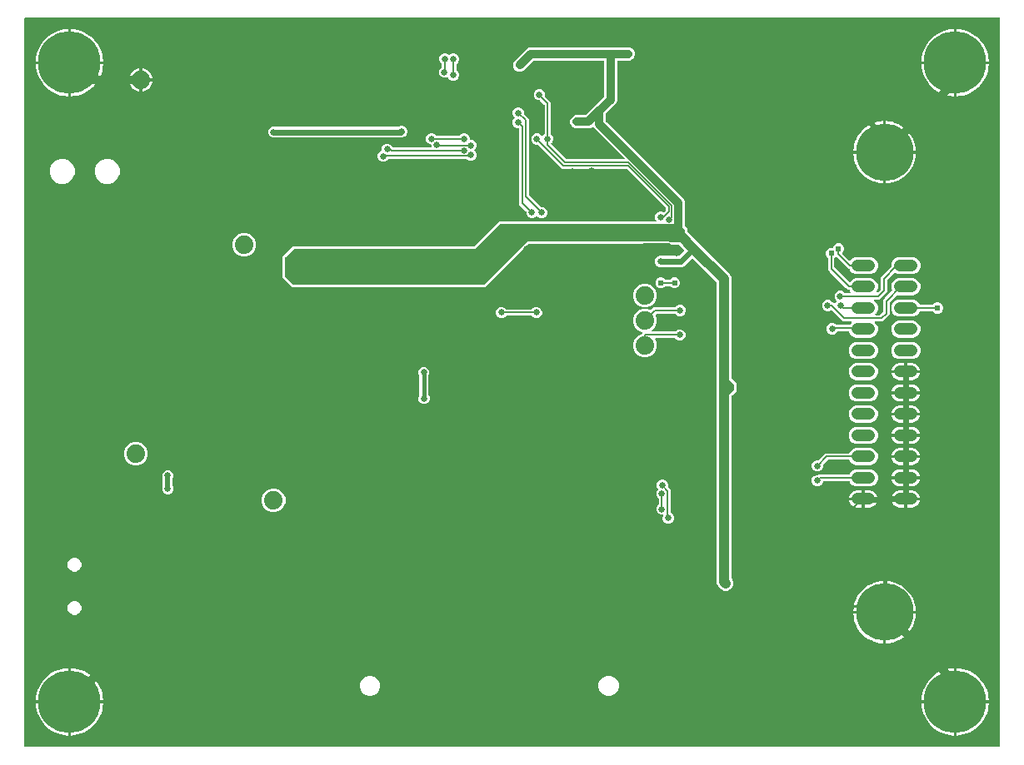
<source format=gbr>
G04 EAGLE Gerber RS-274X export*
G75*
%MOMM*%
%FSLAX34Y34*%
%LPD*%
%INBottom Copper*%
%IPPOS*%
%AMOC8*
5,1,8,0,0,1.08239X$1,22.5*%
G01*
%ADD10C,1.219200*%
%ADD11C,5.842000*%
%ADD12C,6.350000*%
%ADD13C,1.879600*%
%ADD14C,0.635000*%
%ADD15C,0.127000*%
%ADD16C,0.508000*%
%ADD17C,0.609600*%
%ADD18C,0.254000*%
%ADD19C,1.016000*%
%ADD20C,0.604000*%
%ADD21C,0.812800*%
%ADD22C,0.406400*%
%ADD23C,0.177800*%
%ADD24C,0.304800*%
%ADD25C,0.152400*%

G36*
X995020Y4242D02*
X995020Y4242D01*
X995039Y4240D01*
X995141Y4262D01*
X995243Y4279D01*
X995260Y4288D01*
X995280Y4292D01*
X995369Y4345D01*
X995460Y4394D01*
X995474Y4408D01*
X995491Y4418D01*
X995558Y4497D01*
X995630Y4572D01*
X995638Y4590D01*
X995651Y4605D01*
X995690Y4701D01*
X995733Y4795D01*
X995735Y4815D01*
X995743Y4833D01*
X995761Y5000D01*
X995761Y745000D01*
X995758Y745020D01*
X995760Y745039D01*
X995738Y745141D01*
X995722Y745243D01*
X995712Y745260D01*
X995708Y745280D01*
X995655Y745369D01*
X995606Y745460D01*
X995592Y745474D01*
X995582Y745491D01*
X995503Y745558D01*
X995428Y745630D01*
X995410Y745638D01*
X995395Y745651D01*
X995299Y745690D01*
X995205Y745733D01*
X995185Y745735D01*
X995167Y745743D01*
X995000Y745761D01*
X5000Y745761D01*
X4980Y745758D01*
X4961Y745760D01*
X4859Y745738D01*
X4757Y745722D01*
X4740Y745712D01*
X4720Y745708D01*
X4631Y745655D01*
X4540Y745606D01*
X4526Y745592D01*
X4509Y745582D01*
X4442Y745503D01*
X4371Y745428D01*
X4362Y745410D01*
X4349Y745395D01*
X4310Y745299D01*
X4267Y745205D01*
X4265Y745185D01*
X4257Y745167D01*
X4239Y745000D01*
X4239Y5000D01*
X4242Y4980D01*
X4240Y4961D01*
X4262Y4859D01*
X4279Y4757D01*
X4288Y4740D01*
X4292Y4720D01*
X4345Y4631D01*
X4394Y4540D01*
X4408Y4526D01*
X4418Y4509D01*
X4497Y4442D01*
X4572Y4371D01*
X4590Y4362D01*
X4605Y4349D01*
X4701Y4310D01*
X4795Y4267D01*
X4815Y4265D01*
X4833Y4257D01*
X5000Y4239D01*
X995000Y4239D01*
X995020Y4242D01*
G37*
%LPC*%
G36*
X715484Y162879D02*
X715484Y162879D01*
X712683Y164039D01*
X709039Y167683D01*
X707879Y170484D01*
X707879Y367126D01*
X707869Y367190D01*
X707868Y367256D01*
X707845Y367336D01*
X707840Y367368D01*
X707830Y367386D01*
X707821Y367417D01*
X707379Y368484D01*
X707379Y476528D01*
X707365Y476618D01*
X707357Y476709D01*
X707345Y476739D01*
X707340Y476771D01*
X707297Y476852D01*
X707261Y476935D01*
X707235Y476968D01*
X707224Y476988D01*
X707201Y477010D01*
X707156Y477066D01*
X683351Y500871D01*
X683335Y500883D01*
X683323Y500898D01*
X683235Y500955D01*
X683152Y501015D01*
X683133Y501021D01*
X683116Y501031D01*
X683015Y501057D01*
X682917Y501087D01*
X682897Y501087D01*
X682877Y501091D01*
X682774Y501083D01*
X682671Y501081D01*
X682652Y501074D01*
X682632Y501072D01*
X682537Y501032D01*
X682440Y500996D01*
X682424Y500984D01*
X682406Y500976D01*
X682275Y500871D01*
X676345Y494941D01*
X674666Y493262D01*
X672612Y492411D01*
X652595Y492411D01*
X652530Y492401D01*
X652465Y492400D01*
X652385Y492377D01*
X652352Y492372D01*
X652335Y492362D01*
X652304Y492353D01*
X652137Y492284D01*
X649863Y492284D01*
X647762Y493154D01*
X646154Y494762D01*
X645284Y496863D01*
X645284Y499137D01*
X646154Y501238D01*
X647762Y502846D01*
X649863Y503716D01*
X652137Y503716D01*
X652304Y503647D01*
X652367Y503632D01*
X652428Y503607D01*
X652511Y503598D01*
X652543Y503591D01*
X652562Y503592D01*
X652595Y503589D01*
X668870Y503589D01*
X668960Y503603D01*
X669051Y503611D01*
X669081Y503623D01*
X669112Y503628D01*
X669193Y503671D01*
X669277Y503707D01*
X669309Y503733D01*
X669330Y503744D01*
X669352Y503767D01*
X669408Y503812D01*
X674371Y508775D01*
X674383Y508791D01*
X674398Y508804D01*
X674454Y508891D01*
X674515Y508975D01*
X674521Y508994D01*
X674531Y509010D01*
X674557Y509111D01*
X674587Y509210D01*
X674587Y509230D01*
X674591Y509249D01*
X674583Y509352D01*
X674581Y509456D01*
X674574Y509474D01*
X674572Y509494D01*
X674532Y509589D01*
X674496Y509687D01*
X674484Y509702D01*
X674476Y509720D01*
X674371Y509851D01*
X669621Y514601D01*
X669547Y514654D01*
X669478Y514714D01*
X669448Y514726D01*
X669422Y514745D01*
X669335Y514772D01*
X669250Y514806D01*
X669209Y514810D01*
X669187Y514817D01*
X669154Y514816D01*
X669083Y514824D01*
X653185Y514824D01*
X652408Y515601D01*
X652334Y515654D01*
X652264Y515714D01*
X652234Y515726D01*
X652208Y515745D01*
X652121Y515772D01*
X652036Y515806D01*
X651995Y515810D01*
X651973Y515817D01*
X651941Y515816D01*
X651869Y515824D01*
X516631Y515824D01*
X516541Y515810D01*
X516450Y515802D01*
X516420Y515790D01*
X516388Y515785D01*
X516307Y515742D01*
X516223Y515706D01*
X516191Y515680D01*
X516171Y515669D01*
X516148Y515646D01*
X516147Y515645D01*
X516145Y515644D01*
X516143Y515642D01*
X516092Y515601D01*
X472315Y471824D01*
X276185Y471824D01*
X274101Y473908D01*
X268908Y479101D01*
X268907Y479101D01*
X266824Y481185D01*
X266824Y502815D01*
X277185Y513176D01*
X460869Y513176D01*
X460959Y513190D01*
X461050Y513198D01*
X461080Y513210D01*
X461112Y513215D01*
X461193Y513258D01*
X461277Y513294D01*
X461309Y513320D01*
X461329Y513331D01*
X461352Y513354D01*
X461408Y513399D01*
X486185Y538176D01*
X645903Y538176D01*
X645974Y538187D01*
X646046Y538189D01*
X646095Y538207D01*
X646146Y538215D01*
X646209Y538249D01*
X646277Y538274D01*
X646317Y538306D01*
X646363Y538331D01*
X646413Y538382D01*
X646469Y538427D01*
X646497Y538471D01*
X646533Y538509D01*
X646563Y538574D01*
X646602Y538634D01*
X646614Y538685D01*
X646636Y538732D01*
X646644Y538803D01*
X646662Y538873D01*
X646658Y538925D01*
X646663Y538976D01*
X646648Y539047D01*
X646643Y539118D01*
X646622Y539166D01*
X646611Y539217D01*
X646574Y539278D01*
X646546Y539344D01*
X646502Y539400D01*
X646485Y539428D01*
X646467Y539443D01*
X646441Y539475D01*
X646181Y539735D01*
X645311Y541836D01*
X645311Y544110D01*
X646181Y546211D01*
X647789Y547819D01*
X649890Y548689D01*
X652164Y548689D01*
X653524Y548125D01*
X653638Y548099D01*
X653751Y548070D01*
X653757Y548071D01*
X653763Y548069D01*
X653880Y548080D01*
X653996Y548089D01*
X654002Y548092D01*
X654008Y548092D01*
X654115Y548140D01*
X654222Y548186D01*
X654228Y548190D01*
X654233Y548192D01*
X654246Y548205D01*
X654353Y548291D01*
X655628Y549566D01*
X655681Y549640D01*
X655741Y549709D01*
X655753Y549739D01*
X655772Y549765D01*
X655799Y549852D01*
X655833Y549937D01*
X655837Y549978D01*
X655844Y550000D01*
X655843Y550033D01*
X655851Y550104D01*
X655851Y552342D01*
X655848Y552361D01*
X655850Y552378D01*
X655835Y552446D01*
X655829Y552523D01*
X655817Y552553D01*
X655811Y552585D01*
X655801Y552605D01*
X655798Y552619D01*
X655766Y552672D01*
X655733Y552750D01*
X655707Y552782D01*
X655696Y552802D01*
X655677Y552821D01*
X655672Y552830D01*
X655663Y552837D01*
X655628Y552881D01*
X616434Y592074D01*
X616361Y592127D01*
X616291Y592187D01*
X616261Y592199D01*
X616235Y592218D01*
X616148Y592245D01*
X616063Y592279D01*
X616022Y592283D01*
X616000Y592290D01*
X615967Y592289D01*
X615896Y592297D01*
X550712Y592297D01*
X526448Y616561D01*
X526374Y616614D01*
X526304Y616674D01*
X526274Y616686D01*
X526248Y616705D01*
X526161Y616732D01*
X526076Y616766D01*
X526035Y616770D01*
X526013Y616777D01*
X525981Y616776D01*
X525909Y616784D01*
X523863Y616784D01*
X521762Y617654D01*
X520154Y619262D01*
X519284Y621363D01*
X519284Y623637D01*
X520154Y625738D01*
X521762Y627346D01*
X523863Y628216D01*
X526137Y628216D01*
X528238Y627346D01*
X529871Y625713D01*
X529908Y625686D01*
X529939Y625652D01*
X530007Y625615D01*
X530070Y625569D01*
X530114Y625556D01*
X530155Y625533D01*
X530231Y625520D01*
X530305Y625497D01*
X530351Y625498D01*
X530397Y625490D01*
X530473Y625501D01*
X530551Y625503D01*
X530595Y625519D01*
X530640Y625526D01*
X530709Y625561D01*
X530782Y625588D01*
X530818Y625616D01*
X530859Y625637D01*
X530914Y625693D01*
X530974Y625741D01*
X530999Y625780D01*
X531031Y625813D01*
X531050Y625848D01*
X532523Y627321D01*
X532576Y627394D01*
X532636Y627464D01*
X532648Y627494D01*
X532667Y627520D01*
X532694Y627607D01*
X532728Y627692D01*
X532732Y627733D01*
X532739Y627755D01*
X532738Y627788D01*
X532746Y627859D01*
X532746Y656947D01*
X532732Y657037D01*
X532724Y657128D01*
X532712Y657158D01*
X532707Y657190D01*
X532664Y657271D01*
X532628Y657355D01*
X532602Y657387D01*
X532591Y657407D01*
X532568Y657430D01*
X532523Y657486D01*
X528448Y661561D01*
X528374Y661614D01*
X528304Y661674D01*
X528274Y661686D01*
X528248Y661705D01*
X528161Y661732D01*
X528076Y661766D01*
X528035Y661770D01*
X528013Y661777D01*
X527981Y661776D01*
X527909Y661784D01*
X526363Y661784D01*
X524262Y662654D01*
X522654Y664262D01*
X521784Y666363D01*
X521784Y668637D01*
X522654Y670738D01*
X524262Y672346D01*
X526363Y673216D01*
X528637Y673216D01*
X530738Y672346D01*
X532346Y670738D01*
X533216Y668637D01*
X533216Y666321D01*
X533212Y666304D01*
X533183Y666190D01*
X533184Y666184D01*
X533182Y666178D01*
X533193Y666062D01*
X533202Y665945D01*
X533205Y665939D01*
X533205Y665933D01*
X533253Y665826D01*
X533298Y665719D01*
X533303Y665713D01*
X533305Y665708D01*
X533318Y665695D01*
X533403Y665588D01*
X539098Y659893D01*
X539098Y627859D01*
X539112Y627769D01*
X539120Y627678D01*
X539132Y627648D01*
X539137Y627616D01*
X539180Y627535D01*
X539216Y627451D01*
X539242Y627419D01*
X539253Y627399D01*
X539276Y627376D01*
X539321Y627321D01*
X540768Y625874D01*
X541638Y623773D01*
X541638Y621499D01*
X540768Y619398D01*
X539585Y618216D01*
X539573Y618200D01*
X539558Y618187D01*
X539502Y618100D01*
X539441Y618016D01*
X539436Y617997D01*
X539425Y617980D01*
X539400Y617880D01*
X539369Y617781D01*
X539370Y617761D01*
X539365Y617742D01*
X539373Y617639D01*
X539375Y617535D01*
X539382Y617516D01*
X539384Y617496D01*
X539424Y617402D01*
X539460Y617304D01*
X539472Y617288D01*
X539480Y617270D01*
X539585Y617139D01*
X554566Y602158D01*
X554640Y602105D01*
X554710Y602045D01*
X554740Y602033D01*
X554766Y602014D01*
X554853Y601988D01*
X554938Y601953D01*
X554979Y601949D01*
X555001Y601942D01*
X555033Y601943D01*
X555105Y601935D01*
X613387Y601935D01*
X613458Y601946D01*
X613529Y601948D01*
X613578Y601966D01*
X613630Y601975D01*
X613693Y602008D01*
X613760Y602033D01*
X613801Y602065D01*
X613847Y602090D01*
X613896Y602142D01*
X613952Y602186D01*
X613980Y602230D01*
X614016Y602268D01*
X614047Y602333D01*
X614085Y602393D01*
X614098Y602444D01*
X614120Y602491D01*
X614128Y602562D01*
X614145Y602632D01*
X614141Y602684D01*
X614147Y602736D01*
X614132Y602806D01*
X614126Y602877D01*
X614106Y602925D01*
X614095Y602976D01*
X614058Y603038D01*
X614030Y603103D01*
X613985Y603159D01*
X613969Y603187D01*
X613951Y603202D01*
X613925Y603234D01*
X584866Y632294D01*
X582901Y634259D01*
X582809Y634480D01*
X582785Y634519D01*
X582769Y634562D01*
X582721Y634623D01*
X582680Y634689D01*
X582644Y634718D01*
X582615Y634754D01*
X582550Y634796D01*
X582490Y634846D01*
X582447Y634862D01*
X582409Y634887D01*
X582333Y634906D01*
X582260Y634934D01*
X582215Y634936D01*
X582170Y634947D01*
X582092Y634941D01*
X582015Y634945D01*
X581971Y634932D01*
X581925Y634928D01*
X581853Y634898D01*
X581778Y634876D01*
X581741Y634850D01*
X581698Y634832D01*
X581592Y634746D01*
X581576Y634736D01*
X581573Y634732D01*
X581567Y634727D01*
X581241Y634401D01*
X578814Y633395D01*
X564186Y633395D01*
X561759Y634401D01*
X559901Y636259D01*
X558895Y638686D01*
X558895Y641314D01*
X559901Y643741D01*
X561759Y645599D01*
X564186Y646605D01*
X574449Y646605D01*
X574539Y646619D01*
X574630Y646627D01*
X574660Y646639D01*
X574692Y646644D01*
X574772Y646687D01*
X574856Y646723D01*
X574888Y646749D01*
X574909Y646760D01*
X574931Y646783D01*
X574987Y646828D01*
X582794Y654634D01*
X584866Y656706D01*
X593172Y665013D01*
X593225Y665087D01*
X593285Y665156D01*
X593297Y665186D01*
X593316Y665213D01*
X593343Y665300D01*
X593377Y665384D01*
X593381Y665425D01*
X593388Y665448D01*
X593387Y665480D01*
X593395Y665551D01*
X593395Y701134D01*
X593392Y701154D01*
X593394Y701173D01*
X593372Y701275D01*
X593356Y701377D01*
X593346Y701394D01*
X593342Y701414D01*
X593289Y701503D01*
X593240Y701594D01*
X593226Y701608D01*
X593216Y701625D01*
X593137Y701692D01*
X593062Y701764D01*
X593044Y701772D01*
X593029Y701785D01*
X592933Y701824D01*
X592839Y701867D01*
X592819Y701869D01*
X592801Y701877D01*
X592634Y701895D01*
X521524Y701895D01*
X521434Y701881D01*
X521343Y701873D01*
X521313Y701861D01*
X521281Y701856D01*
X521201Y701813D01*
X521117Y701777D01*
X521085Y701751D01*
X521064Y701740D01*
X521042Y701717D01*
X520986Y701672D01*
X511214Y691901D01*
X508787Y690895D01*
X506159Y690895D01*
X503732Y691901D01*
X501874Y693759D01*
X500868Y696186D01*
X500868Y698814D01*
X501874Y701241D01*
X514732Y714099D01*
X517159Y715105D01*
X598328Y715105D01*
X598392Y715115D01*
X598458Y715116D01*
X598538Y715139D01*
X598570Y715144D01*
X598588Y715154D01*
X598619Y715163D01*
X599686Y715605D01*
X619314Y715605D01*
X621741Y714599D01*
X623599Y712741D01*
X624605Y710314D01*
X624605Y707686D01*
X623599Y705259D01*
X621741Y703401D01*
X619314Y702395D01*
X607366Y702395D01*
X607346Y702392D01*
X607327Y702394D01*
X607225Y702372D01*
X607123Y702356D01*
X607106Y702346D01*
X607086Y702342D01*
X606997Y702289D01*
X606906Y702240D01*
X606892Y702226D01*
X606875Y702216D01*
X606808Y702137D01*
X606736Y702062D01*
X606728Y702044D01*
X606715Y702029D01*
X606676Y701933D01*
X606633Y701839D01*
X606631Y701819D01*
X606623Y701801D01*
X606605Y701634D01*
X606605Y661186D01*
X605599Y658759D01*
X595328Y648487D01*
X595275Y648413D01*
X595215Y648344D01*
X595203Y648314D01*
X595184Y648287D01*
X595157Y648200D01*
X595123Y648116D01*
X595119Y648075D01*
X595112Y648052D01*
X595113Y648020D01*
X595105Y647949D01*
X595105Y641051D01*
X595119Y640961D01*
X595127Y640870D01*
X595139Y640840D01*
X595144Y640808D01*
X595187Y640728D01*
X595223Y640644D01*
X595249Y640612D01*
X595260Y640591D01*
X595283Y640569D01*
X595328Y640513D01*
X674599Y561241D01*
X675605Y558814D01*
X675605Y534202D01*
X675619Y534112D01*
X675627Y534021D01*
X675639Y533991D01*
X675644Y533959D01*
X675687Y533878D01*
X675723Y533794D01*
X675749Y533762D01*
X675760Y533742D01*
X675783Y533719D01*
X675828Y533663D01*
X676093Y533399D01*
X678176Y531315D01*
X678176Y527917D01*
X678190Y527827D01*
X678198Y527736D01*
X678210Y527706D01*
X678215Y527674D01*
X678258Y527593D01*
X678294Y527510D01*
X678320Y527477D01*
X678331Y527457D01*
X678354Y527435D01*
X678399Y527379D01*
X690817Y514960D01*
X690818Y514960D01*
X719210Y486568D01*
X721461Y484317D01*
X722621Y481516D01*
X722621Y379686D01*
X722635Y379596D01*
X722643Y379505D01*
X722655Y379475D01*
X722660Y379443D01*
X722703Y379362D01*
X722739Y379278D01*
X722765Y379246D01*
X722776Y379226D01*
X722799Y379203D01*
X722844Y379147D01*
X723399Y378593D01*
X723399Y378592D01*
X726092Y375899D01*
X728176Y373815D01*
X728176Y366185D01*
X723344Y361353D01*
X723291Y361279D01*
X723231Y361209D01*
X723219Y361179D01*
X723200Y361153D01*
X723173Y361066D01*
X723139Y360981D01*
X723135Y360940D01*
X723128Y360918D01*
X723129Y360886D01*
X723121Y360814D01*
X723121Y175472D01*
X723135Y175382D01*
X723143Y175291D01*
X723155Y175261D01*
X723160Y175229D01*
X723203Y175148D01*
X723239Y175065D01*
X723265Y175032D01*
X723276Y175012D01*
X723299Y174990D01*
X723344Y174934D01*
X723461Y174817D01*
X724621Y172016D01*
X724621Y168984D01*
X723461Y166183D01*
X721317Y164039D01*
X718516Y162879D01*
X715484Y162879D01*
G37*
%LPD*%
G36*
X471042Y474373D02*
X471042Y474373D01*
X471084Y474371D01*
X471151Y474393D01*
X471221Y474405D01*
X471257Y474427D01*
X471298Y474440D01*
X471371Y474494D01*
X471414Y474520D01*
X471427Y474536D01*
X471448Y474552D01*
X515263Y518366D01*
X653237Y518366D01*
X653592Y518012D01*
X653626Y517987D01*
X653655Y517956D01*
X653718Y517924D01*
X653776Y517883D01*
X653817Y517873D01*
X653855Y517853D01*
X653944Y517840D01*
X653993Y517827D01*
X654014Y517830D01*
X654040Y517826D01*
X659486Y517826D01*
X659760Y517552D01*
X659795Y517527D01*
X659824Y517496D01*
X659886Y517464D01*
X659944Y517423D01*
X659985Y517413D01*
X660023Y517393D01*
X660113Y517380D01*
X660162Y517368D01*
X660182Y517370D01*
X660209Y517366D01*
X670500Y517366D01*
X670542Y517373D01*
X670584Y517371D01*
X670651Y517393D01*
X670721Y517405D01*
X670757Y517427D01*
X670798Y517440D01*
X670871Y517494D01*
X670914Y517520D01*
X670927Y517536D01*
X670948Y517552D01*
X675448Y522052D01*
X675473Y522086D01*
X675504Y522115D01*
X675536Y522178D01*
X675577Y522236D01*
X675587Y522277D01*
X675607Y522315D01*
X675620Y522404D01*
X675633Y522453D01*
X675630Y522474D01*
X675634Y522500D01*
X675634Y530000D01*
X675627Y530042D01*
X675629Y530084D01*
X675607Y530151D01*
X675595Y530221D01*
X675573Y530257D01*
X675560Y530298D01*
X675506Y530371D01*
X675480Y530414D01*
X675464Y530427D01*
X675448Y530448D01*
X670448Y535448D01*
X670414Y535473D01*
X670385Y535504D01*
X670322Y535536D01*
X670264Y535577D01*
X670223Y535587D01*
X670185Y535607D01*
X670096Y535620D01*
X670047Y535633D01*
X670026Y535630D01*
X670000Y535634D01*
X487500Y535634D01*
X487458Y535627D01*
X487416Y535629D01*
X487349Y535607D01*
X487279Y535595D01*
X487243Y535573D01*
X487202Y535560D01*
X487129Y535506D01*
X487086Y535480D01*
X487073Y535464D01*
X487052Y535448D01*
X462237Y510634D01*
X278500Y510634D01*
X278458Y510627D01*
X278416Y510629D01*
X278349Y510607D01*
X278279Y510595D01*
X278243Y510573D01*
X278202Y510560D01*
X278129Y510506D01*
X278086Y510480D01*
X278073Y510464D01*
X278052Y510448D01*
X269552Y501948D01*
X269527Y501914D01*
X269496Y501885D01*
X269464Y501822D01*
X269423Y501764D01*
X269413Y501723D01*
X269393Y501685D01*
X269380Y501596D01*
X269368Y501547D01*
X269370Y501526D01*
X269366Y501500D01*
X269366Y482500D01*
X269373Y482458D01*
X269371Y482416D01*
X269393Y482349D01*
X269405Y482279D01*
X269427Y482243D01*
X269440Y482202D01*
X269494Y482129D01*
X269520Y482086D01*
X269536Y482073D01*
X269552Y482052D01*
X277052Y474552D01*
X277086Y474527D01*
X277115Y474496D01*
X277178Y474464D01*
X277236Y474423D01*
X277277Y474413D01*
X277315Y474393D01*
X277404Y474380D01*
X277453Y474368D01*
X277474Y474370D01*
X277500Y474366D01*
X471000Y474366D01*
X471042Y474373D01*
G37*
%LPC*%
G36*
X848896Y420338D02*
X848896Y420338D01*
X845722Y421653D01*
X843292Y424083D01*
X842404Y426227D01*
X842342Y426327D01*
X842282Y426427D01*
X842277Y426431D01*
X842274Y426436D01*
X842184Y426511D01*
X842095Y426587D01*
X842090Y426589D01*
X842085Y426593D01*
X841976Y426635D01*
X841867Y426679D01*
X841860Y426680D01*
X841855Y426681D01*
X841837Y426682D01*
X841700Y426697D01*
X830534Y426697D01*
X830419Y426678D01*
X830303Y426661D01*
X830298Y426659D01*
X830292Y426658D01*
X830189Y426603D01*
X830084Y426550D01*
X830080Y426545D01*
X830074Y426542D01*
X829994Y426458D01*
X829912Y426374D01*
X829908Y426368D01*
X829905Y426364D01*
X829897Y426347D01*
X829856Y426273D01*
X828238Y424654D01*
X826137Y423784D01*
X823863Y423784D01*
X821762Y424654D01*
X820154Y426262D01*
X819284Y428363D01*
X819284Y430637D01*
X820154Y432738D01*
X821762Y434346D01*
X823863Y435216D01*
X826137Y435216D01*
X828238Y434346D01*
X829058Y433526D01*
X829132Y433473D01*
X829201Y433413D01*
X829231Y433401D01*
X829257Y433382D01*
X829344Y433355D01*
X829429Y433321D01*
X829470Y433317D01*
X829492Y433310D01*
X829525Y433311D01*
X829596Y433303D01*
X842550Y433303D01*
X842664Y433322D01*
X842781Y433339D01*
X842786Y433341D01*
X842792Y433342D01*
X842895Y433397D01*
X843000Y433450D01*
X843004Y433455D01*
X843010Y433458D01*
X843090Y433542D01*
X843172Y433626D01*
X843176Y433632D01*
X843179Y433636D01*
X843187Y433653D01*
X843253Y433773D01*
X843292Y433867D01*
X844823Y435398D01*
X844864Y435456D01*
X844914Y435508D01*
X844936Y435555D01*
X844966Y435597D01*
X844987Y435666D01*
X845017Y435731D01*
X845023Y435783D01*
X845038Y435833D01*
X845037Y435904D01*
X845044Y435975D01*
X845033Y436026D01*
X845032Y436078D01*
X845007Y436146D01*
X844992Y436216D01*
X844966Y436261D01*
X844948Y436309D01*
X844903Y436365D01*
X844866Y436427D01*
X844826Y436461D01*
X844794Y436501D01*
X844734Y436540D01*
X844679Y436587D01*
X844631Y436606D01*
X844587Y436634D01*
X844518Y436652D01*
X844451Y436679D01*
X844380Y436687D01*
X844348Y436695D01*
X844325Y436693D01*
X844284Y436697D01*
X836132Y436697D01*
X824745Y448085D01*
X824728Y448096D01*
X824716Y448112D01*
X824628Y448168D01*
X824545Y448228D01*
X824526Y448234D01*
X824509Y448245D01*
X824408Y448270D01*
X824310Y448301D01*
X824290Y448300D01*
X824270Y448305D01*
X824167Y448297D01*
X824064Y448294D01*
X824045Y448287D01*
X824025Y448286D01*
X823930Y448245D01*
X823833Y448210D01*
X823817Y448197D01*
X823799Y448189D01*
X823774Y448169D01*
X821637Y447284D01*
X819363Y447284D01*
X817262Y448154D01*
X815654Y449762D01*
X814784Y451863D01*
X814784Y454137D01*
X815654Y456238D01*
X817262Y457846D01*
X819363Y458716D01*
X821637Y458716D01*
X823738Y457846D01*
X825058Y456526D01*
X825132Y456473D01*
X825201Y456413D01*
X825231Y456401D01*
X825257Y456382D01*
X825344Y456355D01*
X825429Y456321D01*
X825470Y456317D01*
X825492Y456310D01*
X825525Y456311D01*
X825596Y456303D01*
X825868Y456303D01*
X827052Y455119D01*
X827089Y455092D01*
X827120Y455058D01*
X827162Y455036D01*
X827192Y455009D01*
X827220Y454998D01*
X827251Y454975D01*
X827295Y454962D01*
X827336Y454940D01*
X827388Y454930D01*
X827421Y454917D01*
X827452Y454914D01*
X827487Y454903D01*
X827532Y454904D01*
X827578Y454896D01*
X827655Y454907D01*
X827732Y454909D01*
X827776Y454925D01*
X827821Y454932D01*
X827890Y454967D01*
X827963Y454994D01*
X827999Y455023D01*
X828040Y455043D01*
X828049Y455052D01*
X828051Y455054D01*
X828085Y455089D01*
X828095Y455099D01*
X828156Y455148D01*
X828180Y455186D01*
X828212Y455219D01*
X828218Y455229D01*
X828221Y455232D01*
X828227Y455245D01*
X828278Y455339D01*
X828289Y455355D01*
X828290Y455359D01*
X828293Y455366D01*
X828654Y456238D01*
X829378Y456962D01*
X829390Y456978D01*
X829406Y456990D01*
X829462Y457078D01*
X829522Y457161D01*
X829528Y457180D01*
X829539Y457197D01*
X829564Y457298D01*
X829594Y457397D01*
X829594Y457416D01*
X829599Y457436D01*
X829591Y457539D01*
X829588Y457642D01*
X829581Y457661D01*
X829580Y457681D01*
X829539Y457776D01*
X829504Y457873D01*
X829491Y457889D01*
X829483Y457907D01*
X829378Y458038D01*
X828431Y458985D01*
X827561Y461086D01*
X827561Y463360D01*
X828431Y465461D01*
X830039Y467069D01*
X832140Y467939D01*
X834414Y467939D01*
X836515Y467069D01*
X837835Y465749D01*
X837908Y465696D01*
X837978Y465636D01*
X838008Y465624D01*
X838034Y465605D01*
X838121Y465578D01*
X838206Y465544D01*
X838247Y465540D01*
X838269Y465533D01*
X838302Y465534D01*
X838373Y465526D01*
X843191Y465526D01*
X843262Y465537D01*
X843334Y465539D01*
X843383Y465557D01*
X843434Y465566D01*
X843497Y465599D01*
X843565Y465624D01*
X843605Y465656D01*
X843651Y465681D01*
X843701Y465733D01*
X843757Y465777D01*
X843785Y465821D01*
X843821Y465859D01*
X843851Y465924D01*
X843890Y465984D01*
X843902Y466035D01*
X843924Y466082D01*
X843932Y466153D01*
X843950Y466223D01*
X843946Y466275D01*
X843951Y466326D01*
X843936Y466397D01*
X843931Y466468D01*
X843910Y466516D01*
X843899Y466567D01*
X843862Y466628D01*
X843834Y466694D01*
X843789Y466750D01*
X843773Y466778D01*
X843755Y466793D01*
X843730Y466825D01*
X843292Y467263D01*
X842776Y468509D01*
X842714Y468609D01*
X842654Y468709D01*
X842650Y468713D01*
X842646Y468718D01*
X842556Y468793D01*
X842467Y468869D01*
X842461Y468871D01*
X842457Y468875D01*
X842348Y468917D01*
X842239Y468961D01*
X842232Y468962D01*
X842227Y468963D01*
X842209Y468964D01*
X842072Y468979D01*
X841030Y468979D01*
X838946Y471062D01*
X838946Y471063D01*
X822908Y487101D01*
X822907Y487101D01*
X820824Y489185D01*
X820824Y500996D01*
X820810Y501086D01*
X820802Y501177D01*
X820790Y501207D01*
X820785Y501239D01*
X820742Y501320D01*
X820706Y501404D01*
X820680Y501436D01*
X820669Y501456D01*
X820646Y501479D01*
X820601Y501535D01*
X819286Y502850D01*
X818439Y504894D01*
X818439Y507106D01*
X819286Y509150D01*
X820850Y510714D01*
X822894Y511561D01*
X825179Y511561D01*
X825249Y511544D01*
X825269Y511546D01*
X825289Y511543D01*
X825391Y511558D01*
X825494Y511567D01*
X825513Y511575D01*
X825532Y511578D01*
X825624Y511625D01*
X825719Y511667D01*
X825734Y511681D01*
X825752Y511690D01*
X825824Y511764D01*
X825900Y511833D01*
X825910Y511851D01*
X825924Y511865D01*
X826005Y512012D01*
X826786Y513898D01*
X828350Y515462D01*
X830394Y516309D01*
X832606Y516309D01*
X834650Y515462D01*
X836214Y513898D01*
X837061Y511854D01*
X837061Y509642D01*
X836214Y507598D01*
X835592Y506976D01*
X835580Y506960D01*
X835565Y506947D01*
X835509Y506860D01*
X835448Y506776D01*
X835443Y506757D01*
X835432Y506740D01*
X835406Y506640D01*
X835376Y506541D01*
X835377Y506521D01*
X835372Y506502D01*
X835380Y506399D01*
X835382Y506295D01*
X835389Y506276D01*
X835391Y506257D01*
X835431Y506162D01*
X835467Y506064D01*
X835479Y506048D01*
X835487Y506030D01*
X835592Y505899D01*
X842535Y498956D01*
X842551Y498945D01*
X842563Y498929D01*
X842651Y498873D01*
X842734Y498813D01*
X842753Y498807D01*
X842770Y498796D01*
X842871Y498771D01*
X842970Y498741D01*
X842989Y498741D01*
X843009Y498736D01*
X843112Y498744D01*
X843215Y498747D01*
X843234Y498754D01*
X843254Y498755D01*
X843349Y498796D01*
X843446Y498831D01*
X843462Y498844D01*
X843480Y498852D01*
X843611Y498956D01*
X845722Y501067D01*
X848896Y502382D01*
X864524Y502382D01*
X867698Y501067D01*
X870128Y498637D01*
X871443Y495463D01*
X871443Y492027D01*
X870128Y488853D01*
X867698Y486423D01*
X864524Y485108D01*
X848896Y485108D01*
X845722Y486423D01*
X843292Y488853D01*
X842776Y490099D01*
X842714Y490199D01*
X842654Y490299D01*
X842650Y490303D01*
X842646Y490308D01*
X842556Y490383D01*
X842467Y490459D01*
X842461Y490461D01*
X842457Y490465D01*
X842348Y490507D01*
X842239Y490551D01*
X842232Y490552D01*
X842227Y490553D01*
X842209Y490554D01*
X842072Y490569D01*
X841940Y490569D01*
X839856Y492653D01*
X829725Y502784D01*
X829709Y502796D01*
X829696Y502811D01*
X829609Y502867D01*
X829525Y502928D01*
X829506Y502933D01*
X829489Y502944D01*
X829389Y502970D01*
X829290Y503000D01*
X829270Y502999D01*
X829251Y503004D01*
X829148Y502996D01*
X829044Y502994D01*
X829025Y502987D01*
X829005Y502985D01*
X828911Y502945D01*
X828813Y502909D01*
X828797Y502897D01*
X828779Y502889D01*
X828648Y502784D01*
X827399Y501535D01*
X827346Y501461D01*
X827286Y501391D01*
X827274Y501361D01*
X827255Y501335D01*
X827228Y501248D01*
X827194Y501163D01*
X827190Y501122D01*
X827183Y501100D01*
X827184Y501068D01*
X827176Y500996D01*
X827176Y492131D01*
X827190Y492041D01*
X827198Y491950D01*
X827210Y491920D01*
X827215Y491888D01*
X827258Y491807D01*
X827294Y491723D01*
X827320Y491691D01*
X827331Y491671D01*
X827354Y491648D01*
X827399Y491592D01*
X842092Y476900D01*
X842129Y476873D01*
X842160Y476839D01*
X842229Y476801D01*
X842291Y476756D01*
X842335Y476742D01*
X842376Y476720D01*
X842452Y476706D01*
X842526Y476684D01*
X842573Y476685D01*
X842618Y476677D01*
X842695Y476688D01*
X842772Y476690D01*
X842816Y476706D01*
X842861Y476713D01*
X842930Y476748D01*
X843003Y476774D01*
X843040Y476803D01*
X843081Y476824D01*
X843135Y476880D01*
X843195Y476928D01*
X843220Y476967D01*
X843253Y477000D01*
X843262Y477018D01*
X845722Y479477D01*
X848896Y480792D01*
X864524Y480792D01*
X867698Y479477D01*
X870128Y477047D01*
X871443Y473873D01*
X871443Y470437D01*
X870204Y467446D01*
X870181Y467351D01*
X870153Y467258D01*
X870153Y467231D01*
X870147Y467206D01*
X870157Y467109D01*
X870159Y467012D01*
X870168Y466987D01*
X870171Y466961D01*
X870210Y466872D01*
X870244Y466781D01*
X870260Y466760D01*
X870271Y466736D01*
X870336Y466665D01*
X870397Y466589D01*
X870419Y466575D01*
X870437Y466555D01*
X870522Y466508D01*
X870604Y466456D01*
X870630Y466449D01*
X870652Y466437D01*
X870748Y466419D01*
X870843Y466396D01*
X870869Y466398D01*
X870895Y466393D01*
X870991Y466407D01*
X871088Y466415D01*
X871112Y466425D01*
X871138Y466429D01*
X871225Y466473D01*
X871314Y466511D01*
X871340Y466532D01*
X871357Y466540D01*
X871380Y466564D01*
X871445Y466616D01*
X873974Y469145D01*
X874027Y469219D01*
X874087Y469288D01*
X874099Y469319D01*
X874118Y469345D01*
X874145Y469432D01*
X874179Y469517D01*
X874183Y469558D01*
X874190Y469580D01*
X874189Y469612D01*
X874197Y469683D01*
X874197Y481368D01*
X876355Y483526D01*
X884934Y492105D01*
X884987Y492179D01*
X885047Y492248D01*
X885059Y492279D01*
X885078Y492305D01*
X885105Y492392D01*
X885139Y492477D01*
X885143Y492518D01*
X885150Y492540D01*
X885149Y492572D01*
X885157Y492643D01*
X885157Y495463D01*
X886472Y498637D01*
X888902Y501067D01*
X892076Y502382D01*
X907704Y502382D01*
X910878Y501067D01*
X913308Y498637D01*
X914623Y495463D01*
X914623Y492027D01*
X913308Y488853D01*
X910878Y486423D01*
X907704Y485108D01*
X892076Y485108D01*
X889154Y486319D01*
X889040Y486345D01*
X888927Y486374D01*
X888921Y486373D01*
X888914Y486375D01*
X888798Y486364D01*
X888682Y486355D01*
X888676Y486352D01*
X888670Y486352D01*
X888562Y486304D01*
X888455Y486258D01*
X888449Y486254D01*
X888445Y486252D01*
X888431Y486239D01*
X888324Y486154D01*
X881026Y478855D01*
X880973Y478781D01*
X880913Y478712D01*
X880901Y478681D01*
X880882Y478655D01*
X880855Y478568D01*
X880821Y478483D01*
X880817Y478442D01*
X880810Y478420D01*
X880811Y478388D01*
X880803Y478317D01*
X880803Y466632D01*
X873091Y458920D01*
X868503Y458920D01*
X868432Y458909D01*
X868360Y458907D01*
X868311Y458889D01*
X868260Y458881D01*
X868197Y458847D01*
X868129Y458822D01*
X868089Y458790D01*
X868043Y458765D01*
X867993Y458714D01*
X867937Y458669D01*
X867909Y458625D01*
X867873Y458587D01*
X867843Y458522D01*
X867804Y458462D01*
X867792Y458411D01*
X867770Y458364D01*
X867762Y458293D01*
X867744Y458223D01*
X867748Y458171D01*
X867742Y458120D01*
X867758Y458049D01*
X867763Y457978D01*
X867784Y457930D01*
X867795Y457879D01*
X867832Y457818D01*
X867860Y457752D01*
X867904Y457696D01*
X867921Y457668D01*
X867939Y457653D01*
X867964Y457621D01*
X870128Y455457D01*
X871443Y452283D01*
X871443Y448847D01*
X870128Y445673D01*
X869057Y444602D01*
X869016Y444544D01*
X868966Y444492D01*
X868944Y444445D01*
X868914Y444403D01*
X868893Y444334D01*
X868863Y444269D01*
X868857Y444217D01*
X868842Y444167D01*
X868843Y444096D01*
X868836Y444025D01*
X868847Y443974D01*
X868848Y443922D01*
X868873Y443854D01*
X868888Y443784D01*
X868914Y443739D01*
X868932Y443691D01*
X868977Y443635D01*
X869014Y443573D01*
X869054Y443539D01*
X869086Y443499D01*
X869146Y443460D01*
X869201Y443413D01*
X869249Y443394D01*
X869293Y443366D01*
X869362Y443348D01*
X869429Y443321D01*
X869500Y443313D01*
X869531Y443305D01*
X869555Y443307D01*
X869596Y443303D01*
X873317Y443303D01*
X873407Y443317D01*
X873498Y443325D01*
X873527Y443337D01*
X873559Y443342D01*
X873640Y443385D01*
X873724Y443421D01*
X873756Y443447D01*
X873777Y443458D01*
X873799Y443481D01*
X873855Y443526D01*
X876474Y446145D01*
X876527Y446219D01*
X876587Y446288D01*
X876599Y446319D01*
X876618Y446345D01*
X876645Y446432D01*
X876679Y446517D01*
X876683Y446558D01*
X876690Y446580D01*
X876689Y446612D01*
X876697Y446683D01*
X876697Y458868D01*
X878855Y461026D01*
X885708Y467879D01*
X885776Y467973D01*
X885846Y468068D01*
X885848Y468074D01*
X885852Y468079D01*
X885886Y468190D01*
X885922Y468301D01*
X885922Y468308D01*
X885924Y468314D01*
X885921Y468431D01*
X885920Y468547D01*
X885918Y468555D01*
X885918Y468560D01*
X885911Y468577D01*
X885873Y468709D01*
X885157Y470437D01*
X885157Y473873D01*
X886472Y477047D01*
X888902Y479477D01*
X892076Y480792D01*
X907704Y480792D01*
X910878Y479477D01*
X913308Y477047D01*
X914623Y473873D01*
X914623Y470437D01*
X913308Y467263D01*
X910878Y464833D01*
X907704Y463518D01*
X892076Y463518D01*
X891565Y463730D01*
X891452Y463756D01*
X891338Y463785D01*
X891332Y463785D01*
X891326Y463786D01*
X891209Y463775D01*
X891093Y463766D01*
X891087Y463764D01*
X891081Y463763D01*
X890973Y463715D01*
X890867Y463670D01*
X890861Y463665D01*
X890856Y463663D01*
X890842Y463650D01*
X890736Y463565D01*
X883526Y456355D01*
X883473Y456281D01*
X883413Y456212D01*
X883401Y456181D01*
X883382Y456155D01*
X883355Y456068D01*
X883321Y455983D01*
X883317Y455942D01*
X883310Y455920D01*
X883311Y455888D01*
X883303Y455817D01*
X883303Y443632D01*
X876368Y436697D01*
X869136Y436697D01*
X869065Y436686D01*
X868993Y436684D01*
X868944Y436666D01*
X868893Y436658D01*
X868830Y436624D01*
X868762Y436599D01*
X868722Y436567D01*
X868676Y436542D01*
X868626Y436490D01*
X868570Y436446D01*
X868542Y436402D01*
X868506Y436364D01*
X868476Y436299D01*
X868437Y436239D01*
X868425Y436188D01*
X868403Y436141D01*
X868395Y436070D01*
X868377Y436000D01*
X868381Y435948D01*
X868376Y435897D01*
X868391Y435826D01*
X868396Y435755D01*
X868417Y435707D01*
X868428Y435656D01*
X868465Y435595D01*
X868493Y435529D01*
X868537Y435473D01*
X868554Y435445D01*
X868572Y435430D01*
X868597Y435398D01*
X870128Y433867D01*
X871443Y430693D01*
X871443Y427257D01*
X870128Y424083D01*
X867698Y421653D01*
X864524Y420338D01*
X848896Y420338D01*
G37*
%LPD*%
%LPC*%
G36*
X367863Y599284D02*
X367863Y599284D01*
X365762Y600154D01*
X364154Y601762D01*
X363284Y603863D01*
X363284Y606137D01*
X364154Y608238D01*
X365762Y609846D01*
X366564Y610178D01*
X366664Y610239D01*
X366764Y610299D01*
X366768Y610304D01*
X366773Y610307D01*
X366848Y610397D01*
X366924Y610486D01*
X366926Y610492D01*
X366930Y610497D01*
X366972Y610605D01*
X367016Y610714D01*
X367017Y610722D01*
X367018Y610726D01*
X367019Y610745D01*
X367034Y610881D01*
X367034Y613126D01*
X367904Y615227D01*
X369512Y616835D01*
X371613Y617705D01*
X373887Y617705D01*
X375988Y616835D01*
X377596Y615227D01*
X377772Y614801D01*
X377806Y614746D01*
X377832Y614685D01*
X377884Y614620D01*
X377901Y614592D01*
X377916Y614580D01*
X377937Y614554D01*
X378592Y613899D01*
X378667Y613845D01*
X378736Y613786D01*
X378766Y613774D01*
X378792Y613755D01*
X378879Y613728D01*
X378964Y613694D01*
X379005Y613690D01*
X379027Y613683D01*
X379059Y613684D01*
X379131Y613676D01*
X417344Y613676D01*
X417389Y613683D01*
X417435Y613681D01*
X417510Y613703D01*
X417587Y613715D01*
X417627Y613737D01*
X417671Y613750D01*
X417735Y613794D01*
X417804Y613831D01*
X417836Y613864D01*
X417873Y613890D01*
X417920Y613953D01*
X417973Y614009D01*
X417993Y614051D01*
X418020Y614087D01*
X418044Y614161D01*
X418077Y614232D01*
X418082Y614278D01*
X418096Y614321D01*
X418096Y614399D01*
X418104Y614476D01*
X418094Y614521D01*
X418094Y614567D01*
X418056Y614698D01*
X418052Y614717D01*
X418049Y614721D01*
X418047Y614728D01*
X417784Y615363D01*
X417784Y616135D01*
X417781Y616155D01*
X417783Y616174D01*
X417761Y616276D01*
X417745Y616378D01*
X417735Y616395D01*
X417731Y616415D01*
X417678Y616504D01*
X417629Y616595D01*
X417615Y616609D01*
X417605Y616626D01*
X417526Y616693D01*
X417451Y616765D01*
X417433Y616773D01*
X417418Y616786D01*
X417322Y616825D01*
X417228Y616868D01*
X417208Y616870D01*
X417190Y616878D01*
X417023Y616896D01*
X416863Y616896D01*
X414762Y617766D01*
X413154Y619374D01*
X412284Y621475D01*
X412284Y623749D01*
X413154Y625850D01*
X414762Y627458D01*
X416863Y628328D01*
X419137Y628328D01*
X421238Y627458D01*
X422868Y625828D01*
X422942Y625775D01*
X423011Y625715D01*
X423041Y625703D01*
X423067Y625684D01*
X423154Y625657D01*
X423239Y625623D01*
X423280Y625619D01*
X423302Y625612D01*
X423335Y625613D01*
X423406Y625605D01*
X445706Y625605D01*
X445796Y625619D01*
X445887Y625627D01*
X445917Y625639D01*
X445949Y625644D01*
X446030Y625687D01*
X446113Y625723D01*
X446146Y625749D01*
X446166Y625760D01*
X446188Y625783D01*
X446244Y625828D01*
X447691Y627275D01*
X449792Y628145D01*
X452066Y628145D01*
X454167Y627275D01*
X455775Y625667D01*
X456645Y623566D01*
X456645Y622477D01*
X456648Y622457D01*
X456646Y622438D01*
X456668Y622336D01*
X456684Y622234D01*
X456694Y622217D01*
X456698Y622197D01*
X456751Y622108D01*
X456800Y622017D01*
X456814Y622003D01*
X456824Y621986D01*
X456903Y621919D01*
X456978Y621847D01*
X456996Y621839D01*
X457011Y621826D01*
X457107Y621787D01*
X457201Y621744D01*
X457221Y621742D01*
X457239Y621734D01*
X457406Y621716D01*
X459137Y621716D01*
X461238Y620846D01*
X462846Y619238D01*
X463716Y617137D01*
X463716Y614863D01*
X462846Y612762D01*
X461622Y611538D01*
X461610Y611522D01*
X461594Y611510D01*
X461538Y611422D01*
X461478Y611339D01*
X461472Y611320D01*
X461461Y611303D01*
X461436Y611202D01*
X461406Y611103D01*
X461406Y611084D01*
X461401Y611064D01*
X461409Y610961D01*
X461412Y610858D01*
X461419Y610839D01*
X461420Y610819D01*
X461461Y610724D01*
X461496Y610627D01*
X461509Y610611D01*
X461517Y610593D01*
X461622Y610462D01*
X462846Y609238D01*
X463716Y607137D01*
X463716Y604863D01*
X462846Y602762D01*
X461238Y601154D01*
X459137Y600284D01*
X456863Y600284D01*
X454762Y601154D01*
X453815Y602101D01*
X453741Y602154D01*
X453672Y602214D01*
X453642Y602226D01*
X453616Y602245D01*
X453529Y602272D01*
X453444Y602306D01*
X453403Y602310D01*
X453381Y602317D01*
X453348Y602316D01*
X453277Y602324D01*
X374587Y602324D01*
X374472Y602306D01*
X374356Y602288D01*
X374350Y602286D01*
X374344Y602285D01*
X374242Y602230D01*
X374137Y602177D01*
X374132Y602172D01*
X374127Y602169D01*
X374047Y602085D01*
X373965Y602001D01*
X373961Y601995D01*
X373957Y601991D01*
X373950Y601974D01*
X373884Y601854D01*
X373846Y601762D01*
X372238Y600154D01*
X370137Y599284D01*
X367863Y599284D01*
G37*
%LPD*%
%LPC*%
G36*
X256363Y623784D02*
X256363Y623784D01*
X254262Y624654D01*
X252654Y626262D01*
X251784Y628363D01*
X251784Y630637D01*
X252654Y632738D01*
X254262Y634346D01*
X256363Y635216D01*
X258637Y635216D01*
X258804Y635147D01*
X258867Y635132D01*
X258928Y635107D01*
X259011Y635098D01*
X259043Y635091D01*
X259062Y635092D01*
X259095Y635089D01*
X384698Y635089D01*
X384763Y635099D01*
X384828Y635100D01*
X384908Y635123D01*
X384941Y635128D01*
X384958Y635138D01*
X384989Y635147D01*
X386363Y635716D01*
X388637Y635716D01*
X390738Y634846D01*
X392346Y633238D01*
X393216Y631137D01*
X393216Y628863D01*
X392346Y626762D01*
X390738Y625154D01*
X390571Y625085D01*
X390515Y625051D01*
X390455Y625025D01*
X390390Y624973D01*
X390362Y624956D01*
X390350Y624941D01*
X390324Y624920D01*
X390166Y624762D01*
X388112Y623911D01*
X259095Y623911D01*
X259030Y623901D01*
X258965Y623900D01*
X258885Y623877D01*
X258852Y623872D01*
X258835Y623862D01*
X258804Y623853D01*
X258637Y623784D01*
X256363Y623784D01*
G37*
%LPD*%
%LPC*%
G36*
X632625Y400561D02*
X632625Y400561D01*
X628237Y402379D01*
X624879Y405737D01*
X623061Y410125D01*
X623061Y414875D01*
X624879Y419263D01*
X628237Y422621D01*
X631100Y423807D01*
X631200Y423869D01*
X631300Y423929D01*
X631304Y423933D01*
X631309Y423937D01*
X631384Y424027D01*
X631460Y424116D01*
X631462Y424121D01*
X631466Y424126D01*
X631508Y424235D01*
X631552Y424344D01*
X631553Y424351D01*
X631554Y424356D01*
X631555Y424374D01*
X631570Y424510D01*
X631570Y424611D01*
X632029Y425069D01*
X632056Y425106D01*
X632089Y425137D01*
X632127Y425206D01*
X632172Y425269D01*
X632186Y425313D01*
X632208Y425353D01*
X632222Y425430D01*
X632245Y425504D01*
X632243Y425550D01*
X632252Y425595D01*
X632240Y425672D01*
X632238Y425750D01*
X632222Y425793D01*
X632216Y425838D01*
X632181Y425908D01*
X632154Y425981D01*
X632125Y426017D01*
X632104Y426058D01*
X632049Y426112D01*
X632000Y426173D01*
X631961Y426198D01*
X631929Y426230D01*
X631809Y426296D01*
X631793Y426306D01*
X631788Y426307D01*
X631782Y426311D01*
X628237Y427779D01*
X624879Y431137D01*
X623061Y435525D01*
X623061Y440275D01*
X624879Y444663D01*
X628237Y448021D01*
X632625Y449839D01*
X637375Y449839D01*
X640238Y448653D01*
X640351Y448626D01*
X640465Y448598D01*
X640471Y448598D01*
X640477Y448597D01*
X640594Y448608D01*
X640710Y448617D01*
X640716Y448619D01*
X640722Y448620D01*
X640829Y448667D01*
X640937Y448713D01*
X640942Y448718D01*
X640947Y448720D01*
X640961Y448732D01*
X641067Y448818D01*
X643291Y451042D01*
X665031Y451042D01*
X665121Y451056D01*
X665212Y451064D01*
X665242Y451076D01*
X665274Y451081D01*
X665355Y451124D01*
X665438Y451160D01*
X665471Y451186D01*
X665491Y451197D01*
X665513Y451220D01*
X665569Y451265D01*
X667262Y452958D01*
X669363Y453828D01*
X671637Y453828D01*
X673738Y452958D01*
X675346Y451350D01*
X676216Y449249D01*
X676216Y446975D01*
X675346Y444874D01*
X673738Y443266D01*
X671637Y442396D01*
X669363Y442396D01*
X667262Y443266D01*
X666569Y443959D01*
X666495Y444012D01*
X666426Y444072D01*
X666396Y444084D01*
X666370Y444103D01*
X666283Y444130D01*
X666198Y444164D01*
X666157Y444168D01*
X666135Y444175D01*
X666102Y444174D01*
X666031Y444182D01*
X646459Y444182D01*
X646414Y444175D01*
X646368Y444177D01*
X646293Y444155D01*
X646217Y444143D01*
X646176Y444121D01*
X646132Y444108D01*
X646068Y444064D01*
X645999Y444027D01*
X645968Y443994D01*
X645930Y443968D01*
X645884Y443905D01*
X645830Y443849D01*
X645811Y443807D01*
X645783Y443771D01*
X645759Y443697D01*
X645726Y443626D01*
X645721Y443580D01*
X645707Y443537D01*
X645708Y443459D01*
X645699Y443382D01*
X645709Y443337D01*
X645709Y443291D01*
X645748Y443159D01*
X645752Y443141D01*
X645754Y443137D01*
X645756Y443130D01*
X646939Y440275D01*
X646939Y435525D01*
X645121Y431137D01*
X641903Y427919D01*
X641861Y427861D01*
X641812Y427809D01*
X641790Y427762D01*
X641760Y427720D01*
X641739Y427651D01*
X641708Y427586D01*
X641703Y427534D01*
X641687Y427484D01*
X641689Y427413D01*
X641681Y427342D01*
X641692Y427291D01*
X641694Y427239D01*
X641718Y427171D01*
X641733Y427101D01*
X641760Y427056D01*
X641778Y427008D01*
X641823Y426952D01*
X641860Y426890D01*
X641899Y426856D01*
X641932Y426816D01*
X641992Y426777D01*
X642047Y426730D01*
X642095Y426711D01*
X642139Y426683D01*
X642208Y426665D01*
X642275Y426638D01*
X642346Y426630D01*
X642377Y426622D01*
X642401Y426624D01*
X642441Y426620D01*
X665143Y426620D01*
X665233Y426634D01*
X665324Y426642D01*
X665354Y426654D01*
X665386Y426659D01*
X665467Y426702D01*
X665550Y426738D01*
X665583Y426764D01*
X665603Y426775D01*
X665625Y426798D01*
X665681Y426843D01*
X666874Y428036D01*
X668975Y428906D01*
X671249Y428906D01*
X673350Y428036D01*
X674958Y426428D01*
X675828Y424327D01*
X675828Y422053D01*
X674958Y419952D01*
X673350Y418344D01*
X671249Y417474D01*
X668975Y417474D01*
X666874Y418344D01*
X665681Y419537D01*
X665607Y419590D01*
X665538Y419650D01*
X665508Y419662D01*
X665482Y419681D01*
X665395Y419708D01*
X665310Y419742D01*
X665269Y419746D01*
X665247Y419753D01*
X665214Y419752D01*
X665143Y419760D01*
X646054Y419760D01*
X646009Y419753D01*
X645963Y419755D01*
X645888Y419733D01*
X645812Y419721D01*
X645771Y419699D01*
X645727Y419686D01*
X645663Y419642D01*
X645594Y419605D01*
X645563Y419572D01*
X645525Y419546D01*
X645478Y419483D01*
X645425Y419427D01*
X645406Y419385D01*
X645378Y419349D01*
X645354Y419275D01*
X645321Y419204D01*
X645316Y419158D01*
X645302Y419115D01*
X645303Y419037D01*
X645294Y418960D01*
X645304Y418915D01*
X645304Y418869D01*
X645342Y418737D01*
X645346Y418719D01*
X645349Y418715D01*
X645351Y418708D01*
X646939Y414875D01*
X646939Y410125D01*
X645121Y405737D01*
X641763Y402379D01*
X637375Y400561D01*
X632625Y400561D01*
G37*
%LPD*%
%LPC*%
G36*
X518863Y541784D02*
X518863Y541784D01*
X516762Y542654D01*
X515154Y544262D01*
X514284Y546363D01*
X514284Y548409D01*
X514270Y548499D01*
X514262Y548590D01*
X514250Y548620D01*
X514245Y548652D01*
X514202Y548733D01*
X514166Y548817D01*
X514140Y548849D01*
X514129Y548869D01*
X514106Y548892D01*
X514061Y548948D01*
X507324Y555685D01*
X507324Y633023D01*
X507321Y633043D01*
X507323Y633062D01*
X507301Y633164D01*
X507285Y633266D01*
X507275Y633283D01*
X507271Y633303D01*
X507218Y633392D01*
X507169Y633483D01*
X507155Y633497D01*
X507145Y633514D01*
X507066Y633581D01*
X506991Y633653D01*
X506973Y633661D01*
X506958Y633674D01*
X506862Y633713D01*
X506768Y633756D01*
X506748Y633758D01*
X506730Y633766D01*
X506563Y633784D01*
X504863Y633784D01*
X502762Y634654D01*
X501154Y636262D01*
X500284Y638363D01*
X500284Y640637D01*
X501154Y642738D01*
X502172Y643756D01*
X502184Y643772D01*
X502200Y643784D01*
X502256Y643872D01*
X502316Y643955D01*
X502322Y643974D01*
X502333Y643991D01*
X502358Y644092D01*
X502388Y644191D01*
X502388Y644210D01*
X502393Y644230D01*
X502385Y644333D01*
X502382Y644436D01*
X502375Y644455D01*
X502374Y644475D01*
X502333Y644570D01*
X502298Y644667D01*
X502285Y644683D01*
X502277Y644701D01*
X502172Y644832D01*
X501242Y645762D01*
X500372Y647863D01*
X500372Y650137D01*
X501242Y652238D01*
X502850Y653846D01*
X504951Y654716D01*
X507225Y654716D01*
X509326Y653846D01*
X510934Y652238D01*
X511804Y650137D01*
X511804Y648091D01*
X511818Y648001D01*
X511826Y647910D01*
X511838Y647880D01*
X511843Y647848D01*
X511886Y647767D01*
X511922Y647683D01*
X511948Y647651D01*
X511959Y647631D01*
X511982Y647608D01*
X512027Y647552D01*
X516764Y642815D01*
X516764Y565543D01*
X516778Y565453D01*
X516786Y565362D01*
X516798Y565332D01*
X516803Y565300D01*
X516846Y565219D01*
X516882Y565135D01*
X516908Y565103D01*
X516919Y565083D01*
X516942Y565060D01*
X516987Y565004D01*
X528552Y553439D01*
X528626Y553386D01*
X528696Y553326D01*
X528726Y553314D01*
X528752Y553295D01*
X528839Y553268D01*
X528924Y553234D01*
X528965Y553230D01*
X528987Y553223D01*
X529019Y553224D01*
X529091Y553216D01*
X531137Y553216D01*
X533238Y552346D01*
X534846Y550738D01*
X535716Y548637D01*
X535716Y546363D01*
X534846Y544262D01*
X533238Y542654D01*
X531137Y541784D01*
X528863Y541784D01*
X526762Y542654D01*
X525538Y543878D01*
X525522Y543890D01*
X525510Y543906D01*
X525422Y543962D01*
X525339Y544022D01*
X525320Y544028D01*
X525303Y544039D01*
X525202Y544064D01*
X525103Y544094D01*
X525084Y544094D01*
X525064Y544099D01*
X524961Y544091D01*
X524858Y544088D01*
X524839Y544081D01*
X524819Y544080D01*
X524724Y544039D01*
X524627Y544004D01*
X524611Y543991D01*
X524593Y543983D01*
X524462Y543878D01*
X523238Y542654D01*
X521137Y541784D01*
X518863Y541784D01*
G37*
%LPD*%
%LPC*%
G36*
X951523Y701523D02*
X951523Y701523D01*
X951523Y734291D01*
X951685Y734291D01*
X955038Y733960D01*
X958342Y733303D01*
X961566Y732325D01*
X964679Y731036D01*
X967650Y729448D01*
X970452Y727576D01*
X973056Y725438D01*
X975438Y723056D01*
X977576Y720452D01*
X979448Y717650D01*
X981036Y714679D01*
X982325Y711566D01*
X983303Y708342D01*
X983960Y705038D01*
X984291Y701685D01*
X984291Y701523D01*
X951523Y701523D01*
G37*
%LPD*%
%LPC*%
G36*
X51523Y701523D02*
X51523Y701523D01*
X51523Y734291D01*
X51685Y734291D01*
X55038Y733960D01*
X58342Y733303D01*
X61566Y732325D01*
X64679Y731036D01*
X67650Y729448D01*
X70452Y727576D01*
X73056Y725438D01*
X75438Y723056D01*
X77576Y720452D01*
X79448Y717650D01*
X81036Y714679D01*
X82325Y711566D01*
X83303Y708342D01*
X83960Y705038D01*
X84291Y701685D01*
X84291Y701523D01*
X51523Y701523D01*
G37*
%LPD*%
%LPC*%
G36*
X51523Y51523D02*
X51523Y51523D01*
X51523Y84291D01*
X51685Y84291D01*
X55038Y83960D01*
X58342Y83303D01*
X61566Y82325D01*
X64679Y81036D01*
X67650Y79448D01*
X70452Y77576D01*
X73056Y75438D01*
X75438Y73056D01*
X77576Y70452D01*
X79448Y67650D01*
X81036Y64679D01*
X82325Y61566D01*
X83303Y58342D01*
X83960Y55038D01*
X84291Y51685D01*
X84291Y51523D01*
X51523Y51523D01*
G37*
%LPD*%
%LPC*%
G36*
X951523Y51523D02*
X951523Y51523D01*
X951523Y84291D01*
X951685Y84291D01*
X955038Y83960D01*
X958342Y83303D01*
X961566Y82325D01*
X964679Y81036D01*
X967650Y79448D01*
X970452Y77576D01*
X973056Y75438D01*
X975438Y73056D01*
X977576Y70452D01*
X979448Y67650D01*
X981036Y64679D01*
X982325Y61566D01*
X983303Y58342D01*
X983960Y55038D01*
X984291Y51685D01*
X984291Y51523D01*
X951523Y51523D01*
G37*
%LPD*%
%LPC*%
G36*
X951523Y665709D02*
X951523Y665709D01*
X951523Y698477D01*
X984291Y698477D01*
X984291Y698315D01*
X983960Y694962D01*
X983303Y691658D01*
X982325Y688434D01*
X981036Y685321D01*
X979448Y682350D01*
X977576Y679548D01*
X975438Y676944D01*
X973056Y674562D01*
X970452Y672424D01*
X967650Y670552D01*
X964679Y668964D01*
X961566Y667675D01*
X958342Y666697D01*
X955038Y666040D01*
X951685Y665709D01*
X951523Y665709D01*
G37*
%LPD*%
%LPC*%
G36*
X915709Y51523D02*
X915709Y51523D01*
X915709Y51685D01*
X916040Y55038D01*
X916697Y58342D01*
X917675Y61566D01*
X918964Y64679D01*
X920552Y67650D01*
X922424Y70452D01*
X924562Y73056D01*
X926944Y75438D01*
X929548Y77576D01*
X932350Y79448D01*
X935321Y81036D01*
X938434Y82325D01*
X941658Y83303D01*
X944962Y83960D01*
X948315Y84291D01*
X948477Y84291D01*
X948477Y51523D01*
X915709Y51523D01*
G37*
%LPD*%
%LPC*%
G36*
X951523Y15709D02*
X951523Y15709D01*
X951523Y48477D01*
X984291Y48477D01*
X984291Y48315D01*
X983960Y44962D01*
X983303Y41658D01*
X982325Y38434D01*
X981036Y35321D01*
X979448Y32350D01*
X977576Y29548D01*
X975438Y26944D01*
X973056Y24562D01*
X970452Y22424D01*
X967650Y20552D01*
X964679Y18964D01*
X961566Y17675D01*
X958342Y16697D01*
X955038Y16040D01*
X951685Y15709D01*
X951523Y15709D01*
G37*
%LPD*%
%LPC*%
G36*
X51523Y15709D02*
X51523Y15709D01*
X51523Y48477D01*
X84291Y48477D01*
X84291Y48315D01*
X83960Y44962D01*
X83303Y41658D01*
X82325Y38434D01*
X81036Y35321D01*
X79448Y32350D01*
X77576Y29548D01*
X75438Y26944D01*
X73056Y24562D01*
X70452Y22424D01*
X67650Y20552D01*
X64679Y18964D01*
X61566Y17675D01*
X58342Y16697D01*
X55038Y16040D01*
X51685Y15709D01*
X51523Y15709D01*
G37*
%LPD*%
%LPC*%
G36*
X915709Y701523D02*
X915709Y701523D01*
X915709Y701685D01*
X916040Y705038D01*
X916697Y708342D01*
X917675Y711566D01*
X918964Y714679D01*
X920552Y717650D01*
X922424Y720452D01*
X924562Y723056D01*
X926944Y725438D01*
X929548Y727576D01*
X932350Y729448D01*
X935321Y731036D01*
X938434Y732325D01*
X941658Y733303D01*
X944962Y733960D01*
X948315Y734291D01*
X948477Y734291D01*
X948477Y701523D01*
X915709Y701523D01*
G37*
%LPD*%
%LPC*%
G36*
X15709Y701523D02*
X15709Y701523D01*
X15709Y701685D01*
X16040Y705038D01*
X16697Y708342D01*
X17675Y711566D01*
X18964Y714679D01*
X20552Y717650D01*
X22424Y720452D01*
X24562Y723056D01*
X26944Y725438D01*
X29548Y727576D01*
X32350Y729448D01*
X35321Y731036D01*
X38434Y732325D01*
X41658Y733303D01*
X44962Y733960D01*
X48315Y734291D01*
X48477Y734291D01*
X48477Y701523D01*
X15709Y701523D01*
G37*
%LPD*%
%LPC*%
G36*
X15709Y51523D02*
X15709Y51523D01*
X15709Y51685D01*
X16040Y55038D01*
X16697Y58342D01*
X17675Y61566D01*
X18964Y64679D01*
X20552Y67650D01*
X22424Y70452D01*
X24562Y73056D01*
X26944Y75438D01*
X29548Y77576D01*
X32350Y79448D01*
X35321Y81036D01*
X38434Y82325D01*
X41658Y83303D01*
X44962Y83960D01*
X48315Y84291D01*
X48477Y84291D01*
X48477Y51523D01*
X15709Y51523D01*
G37*
%LPD*%
%LPC*%
G36*
X51523Y665709D02*
X51523Y665709D01*
X51523Y698477D01*
X84291Y698477D01*
X84291Y698315D01*
X83960Y694962D01*
X83303Y691658D01*
X82325Y688434D01*
X81036Y685321D01*
X79448Y682350D01*
X77576Y679548D01*
X75438Y676944D01*
X73056Y674562D01*
X70452Y672424D01*
X67650Y670552D01*
X64679Y668964D01*
X61566Y667675D01*
X58342Y666697D01*
X55038Y666040D01*
X51685Y665709D01*
X51523Y665709D01*
G37*
%LPD*%
%LPC*%
G36*
X948315Y15709D02*
X948315Y15709D01*
X944962Y16040D01*
X941658Y16697D01*
X938434Y17675D01*
X935321Y18964D01*
X932350Y20552D01*
X929548Y22424D01*
X926944Y24562D01*
X924562Y26944D01*
X922424Y29548D01*
X920552Y32350D01*
X918964Y35321D01*
X917675Y38434D01*
X916697Y41658D01*
X916040Y44962D01*
X915709Y48315D01*
X915709Y48477D01*
X948477Y48477D01*
X948477Y15709D01*
X948315Y15709D01*
G37*
%LPD*%
%LPC*%
G36*
X48315Y15709D02*
X48315Y15709D01*
X44962Y16040D01*
X41658Y16697D01*
X38434Y17675D01*
X35321Y18964D01*
X32350Y20552D01*
X29548Y22424D01*
X26944Y24562D01*
X24562Y26944D01*
X22424Y29548D01*
X20552Y32350D01*
X18964Y35321D01*
X17675Y38434D01*
X16697Y41658D01*
X16040Y44962D01*
X15709Y48315D01*
X15709Y48477D01*
X48477Y48477D01*
X48477Y15709D01*
X48315Y15709D01*
G37*
%LPD*%
%LPC*%
G36*
X948315Y665709D02*
X948315Y665709D01*
X944962Y666040D01*
X941658Y666697D01*
X938434Y667675D01*
X935321Y668964D01*
X932350Y670552D01*
X929548Y672424D01*
X926944Y674562D01*
X924562Y676944D01*
X922424Y679548D01*
X920552Y682350D01*
X918964Y685321D01*
X917675Y688434D01*
X916697Y691658D01*
X916040Y694962D01*
X915709Y698315D01*
X915709Y698477D01*
X948477Y698477D01*
X948477Y665709D01*
X948315Y665709D01*
G37*
%LPD*%
%LPC*%
G36*
X48315Y665709D02*
X48315Y665709D01*
X44962Y666040D01*
X41658Y666697D01*
X38434Y667675D01*
X35321Y668964D01*
X32350Y670552D01*
X29548Y672424D01*
X26944Y674562D01*
X24562Y676944D01*
X22424Y679548D01*
X20552Y682350D01*
X18964Y685321D01*
X17675Y688434D01*
X16697Y691658D01*
X16040Y694962D01*
X15709Y698315D01*
X15709Y698477D01*
X48477Y698477D01*
X48477Y665709D01*
X48315Y665709D01*
G37*
%LPD*%
%LPC*%
G36*
X808863Y284284D02*
X808863Y284284D01*
X806762Y285154D01*
X805154Y286762D01*
X804284Y288863D01*
X804284Y291137D01*
X805154Y293238D01*
X806762Y294846D01*
X808863Y295716D01*
X810730Y295716D01*
X810820Y295730D01*
X810911Y295738D01*
X810940Y295750D01*
X810972Y295755D01*
X811053Y295798D01*
X811137Y295834D01*
X811169Y295860D01*
X811190Y295871D01*
X811212Y295894D01*
X811268Y295939D01*
X818067Y302738D01*
X842125Y302738D01*
X842240Y302757D01*
X842356Y302774D01*
X842362Y302776D01*
X842368Y302777D01*
X842470Y302832D01*
X842575Y302885D01*
X842580Y302890D01*
X842585Y302893D01*
X842665Y302977D01*
X842747Y303061D01*
X842751Y303067D01*
X842755Y303071D01*
X842762Y303088D01*
X842828Y303208D01*
X843292Y304327D01*
X845722Y306757D01*
X848896Y308072D01*
X864524Y308072D01*
X867698Y306757D01*
X870128Y304327D01*
X871443Y301153D01*
X871443Y297717D01*
X870128Y294543D01*
X867698Y292113D01*
X864524Y290798D01*
X848896Y290798D01*
X845722Y292113D01*
X843292Y294543D01*
X842828Y295662D01*
X842767Y295762D01*
X842707Y295862D01*
X842702Y295866D01*
X842699Y295871D01*
X842609Y295946D01*
X842520Y296022D01*
X842514Y296024D01*
X842509Y296028D01*
X842401Y296070D01*
X842292Y296114D01*
X842284Y296115D01*
X842280Y296116D01*
X842261Y296117D01*
X842125Y296132D01*
X821118Y296132D01*
X821028Y296118D01*
X820937Y296110D01*
X820908Y296098D01*
X820876Y296093D01*
X820795Y296050D01*
X820711Y296014D01*
X820679Y295988D01*
X820658Y295977D01*
X820636Y295954D01*
X820580Y295909D01*
X815939Y291268D01*
X815886Y291194D01*
X815826Y291125D01*
X815814Y291094D01*
X815795Y291068D01*
X815768Y290981D01*
X815734Y290896D01*
X815730Y290855D01*
X815723Y290833D01*
X815724Y290801D01*
X815716Y290730D01*
X815716Y288863D01*
X814846Y286762D01*
X813238Y285154D01*
X811137Y284284D01*
X808863Y284284D01*
G37*
%LPD*%
%LPC*%
G36*
X848896Y269208D02*
X848896Y269208D01*
X845722Y270523D01*
X843292Y272953D01*
X842828Y274072D01*
X842767Y274172D01*
X842707Y274272D01*
X842702Y274276D01*
X842699Y274281D01*
X842609Y274356D01*
X842520Y274432D01*
X842514Y274434D01*
X842509Y274438D01*
X842401Y274480D01*
X842292Y274524D01*
X842284Y274525D01*
X842280Y274526D01*
X842261Y274527D01*
X842125Y274542D01*
X816477Y274542D01*
X816457Y274539D01*
X816438Y274541D01*
X816336Y274519D01*
X816234Y274503D01*
X816217Y274493D01*
X816197Y274489D01*
X816108Y274436D01*
X816017Y274387D01*
X816003Y274373D01*
X815986Y274363D01*
X815919Y274284D01*
X815847Y274209D01*
X815839Y274191D01*
X815826Y274176D01*
X815787Y274080D01*
X815744Y273986D01*
X815742Y273966D01*
X815734Y273948D01*
X815728Y273893D01*
X814846Y271762D01*
X813238Y270154D01*
X811137Y269284D01*
X808863Y269284D01*
X806762Y270154D01*
X805154Y271762D01*
X804284Y273863D01*
X804284Y276137D01*
X805154Y278238D01*
X806762Y279846D01*
X808863Y280716D01*
X810730Y280716D01*
X810820Y280730D01*
X810911Y280738D01*
X810940Y280750D01*
X810972Y280755D01*
X811053Y280798D01*
X811137Y280834D01*
X811169Y280860D01*
X811190Y280871D01*
X811212Y280894D01*
X811268Y280939D01*
X811477Y281148D01*
X842125Y281148D01*
X842240Y281167D01*
X842356Y281184D01*
X842362Y281186D01*
X842368Y281187D01*
X842470Y281242D01*
X842575Y281295D01*
X842580Y281300D01*
X842585Y281303D01*
X842665Y281387D01*
X842747Y281471D01*
X842751Y281477D01*
X842755Y281481D01*
X842762Y281498D01*
X842828Y281618D01*
X843292Y282737D01*
X845722Y285167D01*
X848896Y286482D01*
X864524Y286482D01*
X867698Y285167D01*
X870128Y282737D01*
X871443Y279563D01*
X871443Y276127D01*
X870128Y272953D01*
X867698Y270523D01*
X864524Y269208D01*
X848896Y269208D01*
G37*
%LPD*%
%LPC*%
G36*
X879823Y610457D02*
X879823Y610457D01*
X879823Y640685D01*
X879860Y640685D01*
X882964Y640379D01*
X886024Y639770D01*
X889009Y638865D01*
X891892Y637671D01*
X894643Y636200D01*
X897237Y634467D01*
X899648Y632488D01*
X901854Y630282D01*
X903833Y627871D01*
X905566Y625277D01*
X907037Y622526D01*
X908231Y619643D01*
X909136Y616658D01*
X909745Y613598D01*
X910051Y610494D01*
X910051Y610457D01*
X879823Y610457D01*
G37*
%LPD*%
%LPC*%
G36*
X879823Y142589D02*
X879823Y142589D01*
X879823Y172817D01*
X879860Y172817D01*
X882964Y172511D01*
X886024Y171902D01*
X889009Y170997D01*
X891892Y169803D01*
X894643Y168332D01*
X897237Y166599D01*
X899648Y164620D01*
X901854Y162414D01*
X903833Y160003D01*
X905566Y157409D01*
X907037Y154658D01*
X908231Y151775D01*
X909136Y148790D01*
X909745Y145730D01*
X910051Y142626D01*
X910051Y142589D01*
X879823Y142589D01*
G37*
%LPD*%
%LPC*%
G36*
X846549Y610457D02*
X846549Y610457D01*
X846549Y610494D01*
X846855Y613598D01*
X847464Y616658D01*
X848369Y619643D01*
X849563Y622526D01*
X851034Y625277D01*
X852767Y627871D01*
X854746Y630282D01*
X856952Y632488D01*
X859363Y634467D01*
X861957Y636200D01*
X864708Y637671D01*
X867591Y638865D01*
X870576Y639770D01*
X873636Y640379D01*
X876740Y640685D01*
X876777Y640685D01*
X876777Y610457D01*
X846549Y610457D01*
G37*
%LPD*%
%LPC*%
G36*
X879823Y109315D02*
X879823Y109315D01*
X879823Y139543D01*
X910051Y139543D01*
X910051Y139506D01*
X909745Y136402D01*
X909136Y133342D01*
X908231Y130357D01*
X907037Y127474D01*
X905566Y124723D01*
X903833Y122129D01*
X901854Y119718D01*
X899648Y117512D01*
X897237Y115533D01*
X894643Y113800D01*
X891892Y112329D01*
X889009Y111135D01*
X886024Y110230D01*
X882964Y109621D01*
X879860Y109315D01*
X879823Y109315D01*
G37*
%LPD*%
%LPC*%
G36*
X846549Y142589D02*
X846549Y142589D01*
X846549Y142626D01*
X846855Y145730D01*
X847464Y148790D01*
X848369Y151775D01*
X849563Y154658D01*
X851034Y157409D01*
X852767Y160003D01*
X854746Y162414D01*
X856952Y164620D01*
X859363Y166599D01*
X861957Y168332D01*
X864708Y169803D01*
X867591Y170997D01*
X870576Y171902D01*
X873636Y172511D01*
X876740Y172817D01*
X876777Y172817D01*
X876777Y142589D01*
X846549Y142589D01*
G37*
%LPD*%
%LPC*%
G36*
X879823Y577183D02*
X879823Y577183D01*
X879823Y607411D01*
X910051Y607411D01*
X910051Y607374D01*
X909745Y604270D01*
X909136Y601210D01*
X908231Y598225D01*
X907037Y595342D01*
X905566Y592591D01*
X903833Y589997D01*
X901854Y587586D01*
X899648Y585380D01*
X897237Y583401D01*
X894643Y581668D01*
X891892Y580197D01*
X889009Y579003D01*
X886024Y578098D01*
X882964Y577489D01*
X879860Y577183D01*
X879823Y577183D01*
G37*
%LPD*%
%LPC*%
G36*
X876740Y577183D02*
X876740Y577183D01*
X873636Y577489D01*
X870576Y578098D01*
X867591Y579003D01*
X864708Y580197D01*
X861957Y581668D01*
X859363Y583401D01*
X856952Y585380D01*
X854746Y587586D01*
X852767Y589997D01*
X851034Y592591D01*
X849563Y595342D01*
X848369Y598225D01*
X847464Y601210D01*
X846855Y604270D01*
X846549Y607374D01*
X846549Y607411D01*
X876777Y607411D01*
X876777Y577183D01*
X876740Y577183D01*
G37*
%LPD*%
%LPC*%
G36*
X876740Y109315D02*
X876740Y109315D01*
X873636Y109621D01*
X870576Y110230D01*
X867591Y111135D01*
X864708Y112329D01*
X861957Y113800D01*
X859363Y115533D01*
X856952Y117512D01*
X854746Y119718D01*
X852767Y122129D01*
X851034Y124723D01*
X849563Y127474D01*
X848369Y130357D01*
X847464Y133342D01*
X846855Y136402D01*
X846549Y139506D01*
X846549Y139543D01*
X876777Y139543D01*
X876777Y109315D01*
X876740Y109315D01*
G37*
%LPD*%
%LPC*%
G36*
X892076Y441928D02*
X892076Y441928D01*
X888902Y443243D01*
X886472Y445673D01*
X885157Y448847D01*
X885157Y452283D01*
X886472Y455457D01*
X888902Y457887D01*
X892076Y459202D01*
X907704Y459202D01*
X910878Y457887D01*
X913308Y455457D01*
X913772Y454338D01*
X913833Y454238D01*
X913893Y454138D01*
X913898Y454134D01*
X913901Y454129D01*
X913991Y454054D01*
X914080Y453978D01*
X914086Y453976D01*
X914091Y453972D01*
X914199Y453930D01*
X914308Y453886D01*
X914316Y453885D01*
X914320Y453884D01*
X914339Y453883D01*
X914475Y453868D01*
X927123Y453868D01*
X927213Y453882D01*
X927304Y453890D01*
X927334Y453902D01*
X927366Y453907D01*
X927447Y453950D01*
X927531Y453986D01*
X927563Y454012D01*
X927583Y454023D01*
X927606Y454046D01*
X927662Y454091D01*
X928850Y455279D01*
X930894Y456126D01*
X933106Y456126D01*
X935150Y455279D01*
X936714Y453715D01*
X937561Y451671D01*
X937561Y449459D01*
X936714Y447415D01*
X935150Y445851D01*
X933106Y445004D01*
X930894Y445004D01*
X928850Y445851D01*
X927662Y447039D01*
X927588Y447092D01*
X927518Y447152D01*
X927488Y447164D01*
X927462Y447183D01*
X927375Y447210D01*
X927290Y447244D01*
X927249Y447248D01*
X927227Y447255D01*
X927195Y447254D01*
X927123Y447262D01*
X914475Y447262D01*
X914360Y447243D01*
X914244Y447226D01*
X914238Y447224D01*
X914232Y447223D01*
X914130Y447168D01*
X914025Y447115D01*
X914020Y447110D01*
X914015Y447107D01*
X913935Y447023D01*
X913853Y446939D01*
X913849Y446933D01*
X913845Y446929D01*
X913838Y446912D01*
X913772Y446792D01*
X913308Y445673D01*
X910878Y443243D01*
X907704Y441928D01*
X892076Y441928D01*
G37*
%LPD*%
%LPC*%
G36*
X657363Y231284D02*
X657363Y231284D01*
X655262Y232154D01*
X653654Y233762D01*
X652784Y235863D01*
X652784Y238137D01*
X653238Y239232D01*
X653248Y239276D01*
X653268Y239318D01*
X653276Y239395D01*
X653294Y239471D01*
X653290Y239517D01*
X653295Y239562D01*
X653278Y239639D01*
X653271Y239716D01*
X653252Y239758D01*
X653242Y239803D01*
X653202Y239870D01*
X653171Y239941D01*
X653140Y239975D01*
X653116Y240014D01*
X653057Y240065D01*
X653004Y240122D01*
X652964Y240144D01*
X652929Y240174D01*
X652857Y240203D01*
X652789Y240240D01*
X652744Y240249D01*
X652701Y240266D01*
X652565Y240281D01*
X652547Y240284D01*
X652542Y240283D01*
X652534Y240284D01*
X650863Y240284D01*
X648762Y241154D01*
X647154Y242762D01*
X646284Y244863D01*
X646284Y247137D01*
X647154Y249238D01*
X648601Y250685D01*
X648654Y250759D01*
X648714Y250828D01*
X648726Y250858D01*
X648745Y250884D01*
X648772Y250971D01*
X648806Y251056D01*
X648810Y251097D01*
X648817Y251119D01*
X648816Y251152D01*
X648824Y251223D01*
X648824Y256277D01*
X648810Y256367D01*
X648802Y256458D01*
X648790Y256488D01*
X648785Y256520D01*
X648742Y256601D01*
X648706Y256684D01*
X648680Y256717D01*
X648669Y256737D01*
X648646Y256759D01*
X648601Y256815D01*
X647154Y258262D01*
X646284Y260363D01*
X646284Y262637D01*
X647154Y264738D01*
X647878Y265462D01*
X647890Y265478D01*
X647906Y265490D01*
X647962Y265578D01*
X648022Y265661D01*
X648028Y265680D01*
X648039Y265697D01*
X648064Y265798D01*
X648094Y265897D01*
X648094Y265917D01*
X648099Y265936D01*
X648091Y266039D01*
X648088Y266142D01*
X648081Y266161D01*
X648080Y266181D01*
X648039Y266276D01*
X648004Y266373D01*
X647991Y266389D01*
X647983Y266407D01*
X647878Y266538D01*
X647654Y266762D01*
X646784Y268863D01*
X646784Y271137D01*
X647654Y273238D01*
X649262Y274846D01*
X651363Y275716D01*
X653637Y275716D01*
X655738Y274846D01*
X657346Y273238D01*
X658216Y271137D01*
X658216Y269091D01*
X658230Y269001D01*
X658238Y268910D01*
X658250Y268880D01*
X658255Y268848D01*
X658298Y268767D01*
X658334Y268683D01*
X658360Y268651D01*
X658371Y268631D01*
X658394Y268608D01*
X658439Y268552D01*
X661176Y265815D01*
X661176Y242587D01*
X661194Y242472D01*
X661212Y242356D01*
X661214Y242350D01*
X661215Y242344D01*
X661270Y242242D01*
X661323Y242137D01*
X661328Y242132D01*
X661331Y242127D01*
X661415Y242047D01*
X661499Y241965D01*
X661505Y241961D01*
X661509Y241957D01*
X661526Y241950D01*
X661646Y241884D01*
X661738Y241846D01*
X663346Y240238D01*
X664216Y238137D01*
X664216Y235863D01*
X663346Y233762D01*
X661738Y232154D01*
X659637Y231284D01*
X657363Y231284D01*
G37*
%LPD*%
%LPC*%
G36*
X85794Y576699D02*
X85794Y576699D01*
X81126Y578633D01*
X77553Y582206D01*
X75619Y586874D01*
X75619Y591926D01*
X77553Y596594D01*
X81126Y600167D01*
X85794Y602101D01*
X90846Y602101D01*
X95514Y600167D01*
X99087Y596594D01*
X101021Y591926D01*
X101021Y586874D01*
X99087Y582206D01*
X95514Y578633D01*
X90846Y576699D01*
X85794Y576699D01*
G37*
%LPD*%
%LPC*%
G36*
X40074Y576699D02*
X40074Y576699D01*
X35406Y578633D01*
X31833Y582206D01*
X29899Y586874D01*
X29899Y591926D01*
X31833Y596594D01*
X35406Y600167D01*
X40074Y602101D01*
X45126Y602101D01*
X49794Y600167D01*
X53367Y596594D01*
X55301Y591926D01*
X55301Y586874D01*
X53367Y582206D01*
X49794Y578633D01*
X45126Y576699D01*
X40074Y576699D01*
G37*
%LPD*%
%LPC*%
G36*
X438863Y681784D02*
X438863Y681784D01*
X436762Y682654D01*
X435154Y684262D01*
X434859Y684976D01*
X434848Y684993D01*
X434843Y685012D01*
X434784Y685097D01*
X434729Y685185D01*
X434714Y685198D01*
X434703Y685214D01*
X434620Y685275D01*
X434540Y685342D01*
X434521Y685349D01*
X434505Y685361D01*
X434407Y685393D01*
X434310Y685430D01*
X434290Y685431D01*
X434271Y685437D01*
X434168Y685436D01*
X434064Y685440D01*
X434045Y685435D01*
X434025Y685435D01*
X433864Y685388D01*
X432137Y684672D01*
X429863Y684672D01*
X427762Y685542D01*
X426154Y687150D01*
X425284Y689251D01*
X425284Y691525D01*
X426154Y693626D01*
X427762Y695234D01*
X427854Y695272D01*
X427953Y695333D01*
X428054Y695393D01*
X428058Y695398D01*
X428063Y695401D01*
X428137Y695490D01*
X428214Y695580D01*
X428216Y695586D01*
X428220Y695591D01*
X428262Y695699D01*
X428306Y695808D01*
X428307Y695816D01*
X428308Y695820D01*
X428309Y695839D01*
X428324Y695975D01*
X428324Y698777D01*
X428310Y698867D01*
X428302Y698958D01*
X428290Y698988D01*
X428285Y699020D01*
X428242Y699101D01*
X428206Y699184D01*
X428180Y699217D01*
X428169Y699237D01*
X428146Y699259D01*
X428101Y699315D01*
X426654Y700762D01*
X425784Y702863D01*
X425784Y705137D01*
X426654Y707238D01*
X428262Y708846D01*
X430363Y709716D01*
X432637Y709716D01*
X434738Y708846D01*
X435406Y708178D01*
X435422Y708166D01*
X435434Y708150D01*
X435522Y708094D01*
X435605Y708034D01*
X435624Y708028D01*
X435641Y708017D01*
X435742Y707992D01*
X435841Y707962D01*
X435860Y707962D01*
X435880Y707957D01*
X435983Y707965D01*
X436086Y707968D01*
X436105Y707975D01*
X436125Y707976D01*
X436220Y708017D01*
X436317Y708052D01*
X436333Y708065D01*
X436351Y708073D01*
X436482Y708178D01*
X436762Y708458D01*
X438863Y709328D01*
X441137Y709328D01*
X443238Y708458D01*
X444846Y706850D01*
X445716Y704749D01*
X445716Y702475D01*
X444846Y700374D01*
X443399Y698927D01*
X443346Y698853D01*
X443286Y698784D01*
X443274Y698754D01*
X443255Y698728D01*
X443228Y698641D01*
X443194Y698556D01*
X443190Y698515D01*
X443183Y698493D01*
X443184Y698460D01*
X443176Y698389D01*
X443176Y692723D01*
X443190Y692633D01*
X443198Y692542D01*
X443210Y692512D01*
X443215Y692480D01*
X443258Y692399D01*
X443294Y692316D01*
X443320Y692283D01*
X443331Y692263D01*
X443354Y692241D01*
X443399Y692185D01*
X444846Y690738D01*
X445716Y688637D01*
X445716Y686363D01*
X444846Y684262D01*
X443238Y682654D01*
X441137Y681784D01*
X438863Y681784D01*
G37*
%LPD*%
%LPC*%
G36*
X255125Y243061D02*
X255125Y243061D01*
X250737Y244879D01*
X247379Y248237D01*
X245561Y252625D01*
X245561Y257375D01*
X247379Y261763D01*
X250737Y265121D01*
X255125Y266939D01*
X259875Y266939D01*
X264263Y265121D01*
X267621Y261763D01*
X269439Y257375D01*
X269439Y252625D01*
X267621Y248237D01*
X264263Y244879D01*
X259875Y243061D01*
X255125Y243061D01*
G37*
%LPD*%
%LPC*%
G36*
X632625Y451361D02*
X632625Y451361D01*
X628237Y453179D01*
X624879Y456537D01*
X623061Y460925D01*
X623061Y465675D01*
X624879Y470063D01*
X628237Y473421D01*
X632625Y475239D01*
X637375Y475239D01*
X641763Y473421D01*
X645121Y470063D01*
X646939Y465675D01*
X646939Y460925D01*
X645121Y456537D01*
X641763Y453179D01*
X637375Y451361D01*
X632625Y451361D01*
G37*
%LPD*%
%LPC*%
G36*
X115125Y290561D02*
X115125Y290561D01*
X110737Y292379D01*
X107379Y295737D01*
X105561Y300125D01*
X105561Y304875D01*
X107379Y309263D01*
X110737Y312621D01*
X115125Y314439D01*
X119875Y314439D01*
X124263Y312621D01*
X127621Y309263D01*
X129439Y304875D01*
X129439Y300125D01*
X127621Y295737D01*
X124263Y292379D01*
X119875Y290561D01*
X115125Y290561D01*
G37*
%LPD*%
%LPC*%
G36*
X225125Y503061D02*
X225125Y503061D01*
X220737Y504879D01*
X217379Y508237D01*
X215561Y512625D01*
X215561Y517375D01*
X217379Y521763D01*
X220737Y525121D01*
X225125Y526939D01*
X229875Y526939D01*
X234263Y525121D01*
X237621Y521763D01*
X239439Y517375D01*
X239439Y512625D01*
X237621Y508237D01*
X234263Y504879D01*
X229875Y503061D01*
X225125Y503061D01*
G37*
%LPD*%
%LPC*%
G36*
X848896Y333978D02*
X848896Y333978D01*
X845722Y335293D01*
X843292Y337723D01*
X841977Y340897D01*
X841977Y344333D01*
X843292Y347507D01*
X845722Y349937D01*
X848896Y351252D01*
X864524Y351252D01*
X867698Y349937D01*
X870128Y347507D01*
X871443Y344333D01*
X871443Y340897D01*
X870128Y337723D01*
X867698Y335293D01*
X864524Y333978D01*
X848896Y333978D01*
G37*
%LPD*%
%LPC*%
G36*
X848896Y377158D02*
X848896Y377158D01*
X845722Y378473D01*
X843292Y380903D01*
X841977Y384077D01*
X841977Y387513D01*
X843292Y390687D01*
X845722Y393117D01*
X848896Y394432D01*
X864524Y394432D01*
X867698Y393117D01*
X870128Y390687D01*
X871443Y387513D01*
X871443Y384077D01*
X870128Y380903D01*
X867698Y378473D01*
X864524Y377158D01*
X848896Y377158D01*
G37*
%LPD*%
%LPC*%
G36*
X848896Y312388D02*
X848896Y312388D01*
X845722Y313703D01*
X843292Y316133D01*
X841977Y319307D01*
X841977Y322743D01*
X843292Y325917D01*
X845722Y328347D01*
X848896Y329662D01*
X864524Y329662D01*
X867698Y328347D01*
X870128Y325917D01*
X871443Y322743D01*
X871443Y319307D01*
X870128Y316133D01*
X867698Y313703D01*
X864524Y312388D01*
X848896Y312388D01*
G37*
%LPD*%
%LPC*%
G36*
X848896Y398748D02*
X848896Y398748D01*
X845722Y400063D01*
X843292Y402493D01*
X841977Y405667D01*
X841977Y409103D01*
X843292Y412277D01*
X845722Y414707D01*
X848896Y416022D01*
X864524Y416022D01*
X867698Y414707D01*
X870128Y412277D01*
X871443Y409103D01*
X871443Y405667D01*
X870128Y402493D01*
X867698Y400063D01*
X864524Y398748D01*
X848896Y398748D01*
G37*
%LPD*%
%LPC*%
G36*
X892076Y420338D02*
X892076Y420338D01*
X888902Y421653D01*
X886472Y424083D01*
X885157Y427257D01*
X885157Y430693D01*
X886472Y433867D01*
X888902Y436297D01*
X892076Y437612D01*
X907704Y437612D01*
X910878Y436297D01*
X913308Y433867D01*
X914623Y430693D01*
X914623Y427257D01*
X913308Y424083D01*
X910878Y421653D01*
X907704Y420338D01*
X892076Y420338D01*
G37*
%LPD*%
%LPC*%
G36*
X892076Y398748D02*
X892076Y398748D01*
X888902Y400063D01*
X886472Y402493D01*
X885157Y405667D01*
X885157Y409103D01*
X886472Y412277D01*
X888902Y414707D01*
X892076Y416022D01*
X907704Y416022D01*
X910878Y414707D01*
X913308Y412277D01*
X914623Y409103D01*
X914623Y405667D01*
X913308Y402493D01*
X910878Y400063D01*
X907704Y398748D01*
X892076Y398748D01*
G37*
%LPD*%
%LPC*%
G36*
X848896Y355568D02*
X848896Y355568D01*
X845722Y356883D01*
X843292Y359313D01*
X841977Y362487D01*
X841977Y365923D01*
X843292Y369097D01*
X845722Y371527D01*
X848896Y372842D01*
X864524Y372842D01*
X867698Y371527D01*
X870128Y369097D01*
X871443Y365923D01*
X871443Y362487D01*
X870128Y359313D01*
X867698Y356883D01*
X864524Y355568D01*
X848896Y355568D01*
G37*
%LPD*%
%LPC*%
G36*
X487863Y440172D02*
X487863Y440172D01*
X485762Y441042D01*
X484154Y442650D01*
X483284Y444751D01*
X483284Y447025D01*
X484154Y449126D01*
X485762Y450734D01*
X487863Y451604D01*
X490137Y451604D01*
X492238Y450734D01*
X493573Y449399D01*
X493647Y449346D01*
X493716Y449286D01*
X493746Y449274D01*
X493772Y449255D01*
X493859Y449228D01*
X493944Y449194D01*
X493985Y449190D01*
X494007Y449183D01*
X494040Y449184D01*
X494111Y449176D01*
X519277Y449176D01*
X519367Y449190D01*
X519458Y449198D01*
X519488Y449210D01*
X519520Y449215D01*
X519601Y449258D01*
X519684Y449294D01*
X519717Y449320D01*
X519737Y449331D01*
X519759Y449354D01*
X519815Y449399D01*
X521262Y450846D01*
X523363Y451716D01*
X525637Y451716D01*
X527738Y450846D01*
X529346Y449238D01*
X530216Y447137D01*
X530216Y444863D01*
X529346Y442762D01*
X527738Y441154D01*
X525637Y440284D01*
X523363Y440284D01*
X521262Y441154D01*
X519815Y442601D01*
X519741Y442654D01*
X519672Y442714D01*
X519642Y442726D01*
X519616Y442745D01*
X519529Y442772D01*
X519444Y442806D01*
X519403Y442810D01*
X519381Y442817D01*
X519348Y442816D01*
X519277Y442824D01*
X494335Y442824D01*
X494245Y442810D01*
X494154Y442802D01*
X494124Y442790D01*
X494092Y442785D01*
X494011Y442742D01*
X493928Y442706D01*
X493895Y442680D01*
X493875Y442669D01*
X493853Y442646D01*
X493797Y442601D01*
X492238Y441042D01*
X490137Y440172D01*
X487863Y440172D01*
G37*
%LPD*%
%LPC*%
G36*
X409363Y352784D02*
X409363Y352784D01*
X407262Y353654D01*
X405654Y355262D01*
X404784Y357363D01*
X404784Y359637D01*
X405369Y361049D01*
X405384Y361113D01*
X405409Y361174D01*
X405418Y361257D01*
X405425Y361289D01*
X405424Y361308D01*
X405427Y361341D01*
X405427Y381174D01*
X405413Y381264D01*
X405405Y381355D01*
X405393Y381385D01*
X405388Y381417D01*
X405345Y381498D01*
X405309Y381581D01*
X405283Y381614D01*
X405272Y381634D01*
X405249Y381656D01*
X405204Y381712D01*
X405154Y381762D01*
X404284Y383863D01*
X404284Y386137D01*
X405154Y388238D01*
X406762Y389846D01*
X408863Y390716D01*
X411137Y390716D01*
X413238Y389846D01*
X414846Y388238D01*
X415716Y386137D01*
X415716Y383863D01*
X414846Y381762D01*
X414796Y381712D01*
X414743Y381638D01*
X414683Y381569D01*
X414671Y381539D01*
X414652Y381513D01*
X414625Y381426D01*
X414591Y381341D01*
X414587Y381300D01*
X414580Y381278D01*
X414581Y381245D01*
X414573Y381174D01*
X414573Y362826D01*
X414587Y362736D01*
X414595Y362645D01*
X414607Y362615D01*
X414612Y362583D01*
X414655Y362502D01*
X414691Y362419D01*
X414717Y362386D01*
X414728Y362366D01*
X414751Y362344D01*
X414796Y362288D01*
X415346Y361738D01*
X416216Y359637D01*
X416216Y357363D01*
X415346Y355262D01*
X413738Y353654D01*
X411637Y352784D01*
X409363Y352784D01*
G37*
%LPD*%
%LPC*%
G36*
X595953Y55909D02*
X595953Y55909D01*
X592171Y57476D01*
X589276Y60371D01*
X587709Y64153D01*
X587709Y68247D01*
X589276Y72029D01*
X592171Y74924D01*
X595953Y76491D01*
X600047Y76491D01*
X603829Y74924D01*
X606724Y72029D01*
X608291Y68247D01*
X608291Y64153D01*
X606724Y60371D01*
X603829Y57476D01*
X600047Y55909D01*
X595953Y55909D01*
G37*
%LPD*%
%LPC*%
G36*
X353353Y55909D02*
X353353Y55909D01*
X349571Y57476D01*
X346676Y60371D01*
X345109Y64153D01*
X345109Y68247D01*
X346676Y72029D01*
X349571Y74924D01*
X353353Y76491D01*
X357447Y76491D01*
X361229Y74924D01*
X364124Y72029D01*
X365691Y68247D01*
X365691Y64153D01*
X364124Y60371D01*
X361229Y57476D01*
X357447Y55909D01*
X353353Y55909D01*
G37*
%LPD*%
%LPC*%
G36*
X148863Y260784D02*
X148863Y260784D01*
X146762Y261654D01*
X145154Y263262D01*
X144284Y265363D01*
X144284Y267637D01*
X144861Y269030D01*
X144876Y269094D01*
X144901Y269155D01*
X144910Y269237D01*
X144917Y269270D01*
X144916Y269289D01*
X144919Y269321D01*
X144919Y277179D01*
X144909Y277243D01*
X144908Y277309D01*
X144885Y277389D01*
X144880Y277421D01*
X144870Y277439D01*
X144861Y277470D01*
X144284Y278863D01*
X144284Y281137D01*
X145154Y283238D01*
X146762Y284846D01*
X148863Y285716D01*
X151137Y285716D01*
X153238Y284846D01*
X154846Y283238D01*
X155716Y281137D01*
X155716Y278863D01*
X155139Y277470D01*
X155124Y277406D01*
X155099Y277345D01*
X155090Y277263D01*
X155083Y277230D01*
X155084Y277211D01*
X155081Y277179D01*
X155081Y269321D01*
X155091Y269257D01*
X155092Y269191D01*
X155115Y269111D01*
X155120Y269079D01*
X155130Y269061D01*
X155139Y269030D01*
X155716Y267637D01*
X155716Y265363D01*
X154846Y263262D01*
X153238Y261654D01*
X151137Y260784D01*
X148863Y260784D01*
G37*
%LPD*%
%LPC*%
G36*
X649894Y470439D02*
X649894Y470439D01*
X647850Y471286D01*
X646286Y472850D01*
X645439Y474894D01*
X645439Y477106D01*
X646286Y479150D01*
X647850Y480714D01*
X649894Y481561D01*
X652106Y481561D01*
X654150Y480714D01*
X655465Y479399D01*
X655539Y479346D01*
X655609Y479286D01*
X655639Y479274D01*
X655665Y479255D01*
X655752Y479228D01*
X655837Y479194D01*
X655878Y479190D01*
X655900Y479183D01*
X655932Y479184D01*
X656004Y479176D01*
X659825Y479176D01*
X659915Y479190D01*
X660006Y479198D01*
X660036Y479210D01*
X660068Y479215D01*
X660149Y479258D01*
X660233Y479294D01*
X660265Y479320D01*
X660285Y479331D01*
X660308Y479354D01*
X660364Y479399D01*
X661679Y480714D01*
X663723Y481561D01*
X665935Y481561D01*
X667979Y480714D01*
X669543Y479150D01*
X670390Y477106D01*
X670390Y474894D01*
X669543Y472850D01*
X667979Y471286D01*
X665935Y470439D01*
X663723Y470439D01*
X661679Y471286D01*
X660364Y472601D01*
X660290Y472654D01*
X660220Y472714D01*
X660190Y472726D01*
X660164Y472745D01*
X660077Y472772D01*
X659992Y472806D01*
X659951Y472810D01*
X659929Y472817D01*
X659897Y472816D01*
X659825Y472824D01*
X656004Y472824D01*
X655914Y472810D01*
X655823Y472802D01*
X655793Y472790D01*
X655761Y472785D01*
X655680Y472742D01*
X655596Y472706D01*
X655564Y472680D01*
X655544Y472669D01*
X655521Y472646D01*
X655465Y472601D01*
X654150Y471286D01*
X652106Y470439D01*
X649894Y470439D01*
G37*
%LPD*%
G36*
X720042Y361873D02*
X720042Y361873D01*
X720084Y361871D01*
X720151Y361893D01*
X720221Y361905D01*
X720257Y361927D01*
X720298Y361940D01*
X720371Y361994D01*
X720414Y362020D01*
X720427Y362036D01*
X720448Y362052D01*
X725448Y367052D01*
X725473Y367086D01*
X725504Y367115D01*
X725536Y367178D01*
X725577Y367236D01*
X725587Y367277D01*
X725607Y367315D01*
X725620Y367404D01*
X725633Y367453D01*
X725630Y367474D01*
X725634Y367500D01*
X725634Y372500D01*
X725627Y372542D01*
X725629Y372584D01*
X725607Y372651D01*
X725595Y372721D01*
X725573Y372757D01*
X725560Y372798D01*
X725506Y372871D01*
X725480Y372914D01*
X725464Y372927D01*
X725448Y372948D01*
X720448Y377948D01*
X720414Y377973D01*
X720385Y378004D01*
X720322Y378036D01*
X720264Y378077D01*
X720223Y378087D01*
X720185Y378107D01*
X720096Y378120D01*
X720047Y378133D01*
X720026Y378130D01*
X720000Y378134D01*
X717500Y378134D01*
X717458Y378127D01*
X717416Y378129D01*
X717349Y378107D01*
X717279Y378095D01*
X717243Y378073D01*
X717202Y378060D01*
X717129Y378006D01*
X717086Y377980D01*
X717073Y377964D01*
X717052Y377948D01*
X712052Y372948D01*
X712027Y372914D01*
X711996Y372885D01*
X711964Y372822D01*
X711923Y372764D01*
X711913Y372723D01*
X711893Y372685D01*
X711880Y372596D01*
X711868Y372547D01*
X711870Y372526D01*
X711866Y372500D01*
X711866Y367500D01*
X711873Y367458D01*
X711871Y367416D01*
X711893Y367349D01*
X711905Y367279D01*
X711927Y367243D01*
X711940Y367202D01*
X711994Y367129D01*
X712020Y367086D01*
X712036Y367073D01*
X712052Y367052D01*
X717052Y362052D01*
X717086Y362027D01*
X717115Y361996D01*
X717178Y361964D01*
X717236Y361923D01*
X717277Y361913D01*
X717315Y361893D01*
X717404Y361880D01*
X717453Y361868D01*
X717474Y361870D01*
X717500Y361866D01*
X720000Y361866D01*
X720042Y361873D01*
G37*
%LPC*%
G36*
X53600Y182459D02*
X53600Y182459D01*
X51012Y183531D01*
X49031Y185512D01*
X47959Y188100D01*
X47959Y190900D01*
X49031Y193488D01*
X51012Y195469D01*
X53600Y196541D01*
X56400Y196541D01*
X58988Y195469D01*
X60969Y193488D01*
X62041Y190900D01*
X62041Y188100D01*
X60969Y185512D01*
X58988Y183531D01*
X56400Y182459D01*
X53600Y182459D01*
G37*
%LPD*%
%LPC*%
G36*
X53600Y138459D02*
X53600Y138459D01*
X51012Y139531D01*
X49031Y141512D01*
X47959Y144100D01*
X47959Y146900D01*
X49031Y149488D01*
X51012Y151469D01*
X53600Y152541D01*
X56400Y152541D01*
X58988Y151469D01*
X60969Y149488D01*
X62041Y146900D01*
X62041Y144100D01*
X60969Y141512D01*
X58988Y139531D01*
X56400Y138459D01*
X53600Y138459D01*
G37*
%LPD*%
%LPC*%
G36*
X858233Y257778D02*
X858233Y257778D01*
X858233Y264892D01*
X863657Y264892D01*
X865325Y264560D01*
X866897Y263909D01*
X868312Y262964D01*
X869515Y261761D01*
X870460Y260346D01*
X871111Y258774D01*
X871309Y257778D01*
X858233Y257778D01*
G37*
%LPD*%
%LPC*%
G36*
X901413Y300958D02*
X901413Y300958D01*
X901413Y308072D01*
X906837Y308072D01*
X908505Y307740D01*
X910077Y307089D01*
X911492Y306144D01*
X912695Y304941D01*
X913640Y303526D01*
X914291Y301954D01*
X914489Y300958D01*
X901413Y300958D01*
G37*
%LPD*%
%LPC*%
G36*
X901413Y344138D02*
X901413Y344138D01*
X901413Y351252D01*
X906837Y351252D01*
X908505Y350920D01*
X910077Y350269D01*
X911492Y349324D01*
X912695Y348121D01*
X913640Y346706D01*
X914291Y345134D01*
X914489Y344138D01*
X901413Y344138D01*
G37*
%LPD*%
%LPC*%
G36*
X901413Y279368D02*
X901413Y279368D01*
X901413Y286482D01*
X906837Y286482D01*
X908505Y286150D01*
X910077Y285499D01*
X911492Y284554D01*
X912695Y283351D01*
X913640Y281936D01*
X914291Y280364D01*
X914489Y279368D01*
X901413Y279368D01*
G37*
%LPD*%
%LPC*%
G36*
X901413Y365728D02*
X901413Y365728D01*
X901413Y372842D01*
X906837Y372842D01*
X908505Y372510D01*
X910077Y371859D01*
X911492Y370914D01*
X912695Y369711D01*
X913640Y368296D01*
X914291Y366724D01*
X914489Y365728D01*
X901413Y365728D01*
G37*
%LPD*%
%LPC*%
G36*
X901413Y257778D02*
X901413Y257778D01*
X901413Y264892D01*
X906837Y264892D01*
X908505Y264560D01*
X910077Y263909D01*
X911492Y262964D01*
X912695Y261761D01*
X913640Y260346D01*
X914291Y258774D01*
X914489Y257778D01*
X901413Y257778D01*
G37*
%LPD*%
%LPC*%
G36*
X901413Y387318D02*
X901413Y387318D01*
X901413Y394432D01*
X906837Y394432D01*
X908505Y394100D01*
X910077Y393449D01*
X911492Y392504D01*
X912695Y391301D01*
X913640Y389886D01*
X914291Y388314D01*
X914489Y387318D01*
X901413Y387318D01*
G37*
%LPD*%
%LPC*%
G36*
X901413Y322548D02*
X901413Y322548D01*
X901413Y329662D01*
X906837Y329662D01*
X908505Y329330D01*
X910077Y328679D01*
X911492Y327734D01*
X912695Y326531D01*
X913640Y325116D01*
X914291Y323544D01*
X914489Y322548D01*
X901413Y322548D01*
G37*
%LPD*%
%LPC*%
G36*
X885291Y300958D02*
X885291Y300958D01*
X885489Y301954D01*
X886140Y303526D01*
X887085Y304941D01*
X888288Y306144D01*
X889703Y307089D01*
X891275Y307740D01*
X892943Y308072D01*
X898367Y308072D01*
X898367Y300958D01*
X885291Y300958D01*
G37*
%LPD*%
%LPC*%
G36*
X885291Y387318D02*
X885291Y387318D01*
X885489Y388314D01*
X886140Y389886D01*
X887085Y391301D01*
X888288Y392504D01*
X889703Y393449D01*
X891275Y394100D01*
X892943Y394432D01*
X898367Y394432D01*
X898367Y387318D01*
X885291Y387318D01*
G37*
%LPD*%
%LPC*%
G36*
X885291Y365728D02*
X885291Y365728D01*
X885489Y366724D01*
X886140Y368296D01*
X887085Y369711D01*
X888288Y370914D01*
X889703Y371859D01*
X891275Y372510D01*
X892943Y372842D01*
X898367Y372842D01*
X898367Y365728D01*
X885291Y365728D01*
G37*
%LPD*%
%LPC*%
G36*
X885291Y257778D02*
X885291Y257778D01*
X885489Y258774D01*
X886140Y260346D01*
X887085Y261761D01*
X888288Y262964D01*
X889703Y263909D01*
X891275Y264560D01*
X892943Y264892D01*
X898367Y264892D01*
X898367Y257778D01*
X885291Y257778D01*
G37*
%LPD*%
%LPC*%
G36*
X842111Y257778D02*
X842111Y257778D01*
X842309Y258774D01*
X842960Y260346D01*
X843905Y261761D01*
X845108Y262964D01*
X846523Y263909D01*
X848095Y264560D01*
X849763Y264892D01*
X855187Y264892D01*
X855187Y257778D01*
X842111Y257778D01*
G37*
%LPD*%
%LPC*%
G36*
X885291Y344138D02*
X885291Y344138D01*
X885489Y345134D01*
X886140Y346706D01*
X887085Y348121D01*
X888288Y349324D01*
X889703Y350269D01*
X891275Y350920D01*
X892943Y351252D01*
X898367Y351252D01*
X898367Y344138D01*
X885291Y344138D01*
G37*
%LPD*%
%LPC*%
G36*
X885291Y279368D02*
X885291Y279368D01*
X885489Y280364D01*
X886140Y281936D01*
X887085Y283351D01*
X888288Y284554D01*
X889703Y285499D01*
X891275Y286150D01*
X892943Y286482D01*
X898367Y286482D01*
X898367Y279368D01*
X885291Y279368D01*
G37*
%LPD*%
%LPC*%
G36*
X885291Y322548D02*
X885291Y322548D01*
X885489Y323544D01*
X886140Y325116D01*
X887085Y326531D01*
X888288Y327734D01*
X889703Y328679D01*
X891275Y329330D01*
X892943Y329662D01*
X898367Y329662D01*
X898367Y322548D01*
X885291Y322548D01*
G37*
%LPD*%
%LPC*%
G36*
X858233Y247618D02*
X858233Y247618D01*
X858233Y254732D01*
X871309Y254732D01*
X871111Y253736D01*
X870460Y252164D01*
X869515Y250749D01*
X868312Y249546D01*
X866897Y248601D01*
X865325Y247950D01*
X863657Y247618D01*
X858233Y247618D01*
G37*
%LPD*%
%LPC*%
G36*
X901413Y290798D02*
X901413Y290798D01*
X901413Y297912D01*
X914489Y297912D01*
X914291Y296916D01*
X913640Y295344D01*
X912695Y293929D01*
X911492Y292726D01*
X910077Y291781D01*
X908505Y291130D01*
X906837Y290798D01*
X901413Y290798D01*
G37*
%LPD*%
%LPC*%
G36*
X901413Y247618D02*
X901413Y247618D01*
X901413Y254732D01*
X914489Y254732D01*
X914291Y253736D01*
X913640Y252164D01*
X912695Y250749D01*
X911492Y249546D01*
X910077Y248601D01*
X908505Y247950D01*
X906837Y247618D01*
X901413Y247618D01*
G37*
%LPD*%
%LPC*%
G36*
X901413Y269208D02*
X901413Y269208D01*
X901413Y276322D01*
X914489Y276322D01*
X914291Y275326D01*
X913640Y273754D01*
X912695Y272339D01*
X911492Y271136D01*
X910077Y270191D01*
X908505Y269540D01*
X906837Y269208D01*
X901413Y269208D01*
G37*
%LPD*%
%LPC*%
G36*
X901413Y377158D02*
X901413Y377158D01*
X901413Y384272D01*
X914489Y384272D01*
X914291Y383276D01*
X913640Y381704D01*
X912695Y380289D01*
X911492Y379086D01*
X910077Y378141D01*
X908505Y377490D01*
X906837Y377158D01*
X901413Y377158D01*
G37*
%LPD*%
%LPC*%
G36*
X901413Y333978D02*
X901413Y333978D01*
X901413Y341092D01*
X914489Y341092D01*
X914291Y340096D01*
X913640Y338524D01*
X912695Y337109D01*
X911492Y335906D01*
X910077Y334961D01*
X908505Y334310D01*
X906837Y333978D01*
X901413Y333978D01*
G37*
%LPD*%
%LPC*%
G36*
X901413Y355568D02*
X901413Y355568D01*
X901413Y362682D01*
X914489Y362682D01*
X914291Y361686D01*
X913640Y360114D01*
X912695Y358699D01*
X911492Y357496D01*
X910077Y356551D01*
X908505Y355900D01*
X906837Y355568D01*
X901413Y355568D01*
G37*
%LPD*%
%LPC*%
G36*
X901413Y312388D02*
X901413Y312388D01*
X901413Y319502D01*
X914489Y319502D01*
X914291Y318506D01*
X913640Y316934D01*
X912695Y315519D01*
X911492Y314316D01*
X910077Y313371D01*
X908505Y312720D01*
X906837Y312388D01*
X901413Y312388D01*
G37*
%LPD*%
%LPC*%
G36*
X892943Y269208D02*
X892943Y269208D01*
X891275Y269540D01*
X889703Y270191D01*
X888288Y271136D01*
X887085Y272339D01*
X886140Y273754D01*
X885489Y275326D01*
X885291Y276322D01*
X898367Y276322D01*
X898367Y269208D01*
X892943Y269208D01*
G37*
%LPD*%
%LPC*%
G36*
X892943Y247618D02*
X892943Y247618D01*
X891275Y247950D01*
X889703Y248601D01*
X888288Y249546D01*
X887085Y250749D01*
X886140Y252164D01*
X885489Y253736D01*
X885291Y254732D01*
X898367Y254732D01*
X898367Y247618D01*
X892943Y247618D01*
G37*
%LPD*%
%LPC*%
G36*
X892943Y377158D02*
X892943Y377158D01*
X891275Y377490D01*
X889703Y378141D01*
X888288Y379086D01*
X887085Y380289D01*
X886140Y381704D01*
X885489Y383276D01*
X885291Y384272D01*
X898367Y384272D01*
X898367Y377158D01*
X892943Y377158D01*
G37*
%LPD*%
%LPC*%
G36*
X892943Y312388D02*
X892943Y312388D01*
X891275Y312720D01*
X889703Y313371D01*
X888288Y314316D01*
X887085Y315519D01*
X886140Y316934D01*
X885489Y318506D01*
X885291Y319502D01*
X898367Y319502D01*
X898367Y312388D01*
X892943Y312388D01*
G37*
%LPD*%
%LPC*%
G36*
X892943Y290798D02*
X892943Y290798D01*
X891275Y291130D01*
X889703Y291781D01*
X888288Y292726D01*
X887085Y293929D01*
X886140Y295344D01*
X885489Y296916D01*
X885291Y297912D01*
X898367Y297912D01*
X898367Y290798D01*
X892943Y290798D01*
G37*
%LPD*%
%LPC*%
G36*
X892943Y355568D02*
X892943Y355568D01*
X891275Y355900D01*
X889703Y356551D01*
X888288Y357496D01*
X887085Y358699D01*
X886140Y360114D01*
X885489Y361686D01*
X885291Y362682D01*
X898367Y362682D01*
X898367Y355568D01*
X892943Y355568D01*
G37*
%LPD*%
%LPC*%
G36*
X892943Y333978D02*
X892943Y333978D01*
X891275Y334310D01*
X889703Y334961D01*
X888288Y335906D01*
X887085Y337109D01*
X886140Y338524D01*
X885489Y340096D01*
X885291Y341092D01*
X898367Y341092D01*
X898367Y333978D01*
X892943Y333978D01*
G37*
%LPD*%
%LPC*%
G36*
X849763Y247618D02*
X849763Y247618D01*
X848095Y247950D01*
X846523Y248601D01*
X845108Y249546D01*
X843905Y250749D01*
X842960Y252164D01*
X842309Y253736D01*
X842111Y254732D01*
X855187Y254732D01*
X855187Y247618D01*
X849763Y247618D01*
G37*
%LPD*%
%LPC*%
G36*
X124023Y684023D02*
X124023Y684023D01*
X124023Y694346D01*
X125296Y694145D01*
X127083Y693564D01*
X128757Y692711D01*
X130278Y691606D01*
X131606Y690278D01*
X132711Y688757D01*
X133564Y687083D01*
X134145Y685296D01*
X134346Y684023D01*
X124023Y684023D01*
G37*
%LPD*%
%LPC*%
G36*
X124023Y680977D02*
X124023Y680977D01*
X134346Y680977D01*
X134145Y679704D01*
X133564Y677917D01*
X132711Y676243D01*
X131606Y674722D01*
X130278Y673394D01*
X128757Y672289D01*
X127083Y671436D01*
X125296Y670855D01*
X124023Y670654D01*
X124023Y680977D01*
G37*
%LPD*%
%LPC*%
G36*
X110654Y684023D02*
X110654Y684023D01*
X110855Y685296D01*
X111436Y687083D01*
X112289Y688757D01*
X113394Y690278D01*
X114722Y691606D01*
X116243Y692711D01*
X117917Y693564D01*
X119704Y694145D01*
X120977Y694346D01*
X120977Y684023D01*
X110654Y684023D01*
G37*
%LPD*%
%LPC*%
G36*
X119704Y670855D02*
X119704Y670855D01*
X117917Y671436D01*
X116243Y672289D01*
X114722Y673394D01*
X113394Y674722D01*
X112289Y676243D01*
X111436Y677917D01*
X110855Y679704D01*
X110654Y680977D01*
X120977Y680977D01*
X120977Y670654D01*
X119704Y670855D01*
G37*
%LPD*%
%LPC*%
G36*
X878299Y141065D02*
X878299Y141065D01*
X878299Y141067D01*
X878301Y141067D01*
X878301Y141065D01*
X878299Y141065D01*
G37*
%LPD*%
%LPC*%
G36*
X899889Y342614D02*
X899889Y342614D01*
X899889Y342616D01*
X899891Y342616D01*
X899891Y342614D01*
X899889Y342614D01*
G37*
%LPD*%
%LPC*%
G36*
X899889Y277844D02*
X899889Y277844D01*
X899889Y277846D01*
X899891Y277846D01*
X899891Y277844D01*
X899889Y277844D01*
G37*
%LPD*%
%LPC*%
G36*
X49999Y699999D02*
X49999Y699999D01*
X49999Y700001D01*
X50001Y700001D01*
X50001Y699999D01*
X49999Y699999D01*
G37*
%LPD*%
%LPC*%
G36*
X878299Y608933D02*
X878299Y608933D01*
X878299Y608935D01*
X878301Y608935D01*
X878301Y608933D01*
X878299Y608933D01*
G37*
%LPD*%
%LPC*%
G36*
X899889Y385794D02*
X899889Y385794D01*
X899889Y385796D01*
X899891Y385796D01*
X899891Y385794D01*
X899889Y385794D01*
G37*
%LPD*%
%LPC*%
G36*
X899889Y321024D02*
X899889Y321024D01*
X899889Y321026D01*
X899891Y321026D01*
X899891Y321024D01*
X899889Y321024D01*
G37*
%LPD*%
%LPC*%
G36*
X899889Y299434D02*
X899889Y299434D01*
X899889Y299436D01*
X899891Y299436D01*
X899891Y299434D01*
X899889Y299434D01*
G37*
%LPD*%
%LPC*%
G36*
X899889Y364204D02*
X899889Y364204D01*
X899889Y364206D01*
X899891Y364206D01*
X899891Y364204D01*
X899889Y364204D01*
G37*
%LPD*%
%LPC*%
G36*
X49999Y49999D02*
X49999Y49999D01*
X49999Y50001D01*
X50001Y50001D01*
X50001Y49999D01*
X49999Y49999D01*
G37*
%LPD*%
%LPC*%
G36*
X949999Y49999D02*
X949999Y49999D01*
X949999Y50001D01*
X950001Y50001D01*
X950001Y49999D01*
X949999Y49999D01*
G37*
%LPD*%
%LPC*%
G36*
X122499Y682499D02*
X122499Y682499D01*
X122499Y682501D01*
X122501Y682501D01*
X122501Y682499D01*
X122499Y682499D01*
G37*
%LPD*%
%LPC*%
G36*
X856709Y256254D02*
X856709Y256254D01*
X856709Y256256D01*
X856711Y256256D01*
X856711Y256254D01*
X856709Y256254D01*
G37*
%LPD*%
%LPC*%
G36*
X899889Y256254D02*
X899889Y256254D01*
X899889Y256256D01*
X899891Y256256D01*
X899891Y256254D01*
X899889Y256254D01*
G37*
%LPD*%
%LPC*%
G36*
X949999Y699999D02*
X949999Y699999D01*
X949999Y700001D01*
X950001Y700001D01*
X950001Y699999D01*
X949999Y699999D01*
G37*
%LPD*%
D10*
X850614Y493745D02*
X862806Y493745D01*
X862806Y472155D02*
X850614Y472155D01*
X850614Y450565D02*
X862806Y450565D01*
X862806Y428975D02*
X850614Y428975D01*
X850614Y407385D02*
X862806Y407385D01*
X862806Y385795D02*
X850614Y385795D01*
X850614Y364205D02*
X862806Y364205D01*
X862806Y342615D02*
X850614Y342615D01*
X850614Y321025D02*
X862806Y321025D01*
X862806Y299435D02*
X850614Y299435D01*
X850614Y277845D02*
X862806Y277845D01*
X862806Y256255D02*
X850614Y256255D01*
X893794Y493745D02*
X905986Y493745D01*
X905986Y472155D02*
X893794Y472155D01*
X893794Y450565D02*
X905986Y450565D01*
X905986Y428975D02*
X893794Y428975D01*
X893794Y407385D02*
X905986Y407385D01*
X905986Y385795D02*
X893794Y385795D01*
X893794Y364205D02*
X905986Y364205D01*
X905986Y342615D02*
X893794Y342615D01*
X893794Y321025D02*
X905986Y321025D01*
X905986Y299435D02*
X893794Y299435D01*
X893794Y277845D02*
X905986Y277845D01*
X905986Y256255D02*
X893794Y256255D01*
D11*
X878300Y608934D03*
X878300Y141066D03*
D12*
X50000Y50000D03*
X950000Y50000D03*
X950000Y700000D03*
X50000Y700000D03*
D13*
X227500Y515000D03*
X117500Y302500D03*
X257500Y255000D03*
X122500Y682500D03*
X635000Y412500D03*
X635000Y437900D03*
X635000Y463300D03*
D14*
X458000Y606000D03*
D15*
X458000Y605500D01*
X369500Y605500D01*
X369000Y605000D01*
D14*
X369000Y605000D03*
X451000Y610500D03*
D15*
X377500Y610500D01*
X376000Y612000D01*
D14*
X372750Y611989D03*
D15*
X372761Y612000D01*
X376000Y612000D01*
D14*
X431000Y690388D03*
X431500Y704000D03*
D15*
X431500Y690888D01*
X431000Y690388D01*
D14*
X150000Y280000D03*
D16*
X150000Y266500D01*
D14*
X150000Y266500D03*
X387500Y630000D03*
D17*
X387000Y629500D01*
X257500Y629500D01*
D14*
X257500Y629500D03*
X565500Y640000D03*
D18*
X508000Y697500D02*
X507473Y697500D01*
D14*
X507473Y697500D03*
X282500Y504500D03*
X555000Y525000D03*
D19*
X554500Y524500D01*
X497000Y524500D01*
X477000Y504500D01*
X282500Y504500D01*
X555000Y525000D02*
X560000Y525000D01*
D14*
X290000Y492500D03*
D19*
X480000Y492500D02*
X502500Y515000D01*
X480000Y492500D02*
X290000Y492500D01*
X282500Y480500D02*
X459500Y480500D01*
D14*
X282500Y480500D03*
X542500Y525000D03*
D19*
X684250Y510750D02*
X715000Y480000D01*
X684250Y510750D02*
X671095Y523905D01*
X715000Y480000D02*
X715000Y370000D01*
X715500Y369500D02*
X715500Y172000D01*
X717000Y170500D01*
D14*
X717000Y170500D03*
X720000Y370000D03*
X651000Y498000D03*
X275000Y492500D03*
X532500Y525000D03*
D19*
X660000Y523905D02*
X671095Y523905D01*
X660000Y523905D02*
X556095Y523905D01*
X555000Y525000D01*
D20*
X601000Y709000D03*
D21*
X600000Y708500D02*
X600000Y662500D01*
X588500Y651000D01*
X577500Y640000D01*
X565500Y640000D01*
D20*
X618000Y709000D03*
D21*
X518473Y708500D02*
X507473Y697500D01*
X518473Y708500D02*
X600000Y708500D01*
D17*
X669000Y532905D02*
X660000Y523905D01*
D21*
X669000Y532905D02*
X669000Y557500D01*
X588500Y638000D01*
X588500Y651000D01*
X601000Y709000D02*
X618000Y709000D01*
D17*
X502500Y519000D02*
X502500Y515000D01*
X502500Y519000D02*
X497000Y524500D01*
X600500Y708500D02*
X601000Y709000D01*
X600500Y708500D02*
X600000Y708500D01*
X684250Y510750D02*
X671500Y498000D01*
X651000Y498000D01*
D15*
X715000Y370000D02*
X720000Y370000D01*
D14*
X540500Y441500D03*
X431000Y561500D03*
X525500Y637000D03*
X580000Y550000D03*
D18*
X567500Y550000D01*
D14*
X550000Y510500D03*
D18*
X545500Y510500D01*
X540500Y505500D01*
D14*
X540000Y590000D03*
X501000Y569500D03*
X632000Y512500D03*
D18*
X631500Y513000D01*
X623500Y513000D01*
D14*
X746000Y191000D03*
D18*
X746000Y150500D02*
X749000Y147500D01*
X746000Y150500D02*
X746000Y191000D01*
X749000Y147566D02*
X749000Y147500D01*
D14*
X392500Y546000D03*
X503500Y325000D03*
D18*
X460000Y325000D01*
D14*
X422000Y325500D03*
D18*
X460000Y325500D01*
D14*
X460000Y363500D03*
D18*
X460000Y325500D01*
X460000Y325000D01*
D14*
X410000Y430000D03*
D22*
X410000Y425000D01*
D14*
X284500Y338500D03*
X42500Y509905D03*
D19*
X104905Y509905D01*
X105000Y510000D01*
D14*
X105000Y510000D03*
X117500Y430000D03*
X230000Y430000D03*
D19*
X117500Y430000D01*
D14*
X175000Y285000D03*
X219500Y327000D03*
X302500Y87500D03*
X122500Y96500D03*
D22*
X91000Y96500D01*
D14*
X30000Y235000D03*
D22*
X17500Y222500D01*
X17500Y115000D01*
X30000Y102500D01*
D14*
X30000Y102500D03*
X85000Y235000D03*
D22*
X85000Y102500D01*
D14*
X85000Y102500D03*
X322500Y87500D03*
D17*
X610000Y87500D01*
X640000Y87500D01*
X652500Y100000D01*
D14*
X652500Y100000D03*
X167500Y715000D03*
D18*
X167500Y657500D01*
D14*
X167500Y657500D03*
X290000Y682500D03*
D18*
X265000Y657500D01*
X167500Y657500D01*
D14*
X340000Y655000D03*
D22*
X312500Y682500D01*
X290000Y682500D01*
D14*
X514927Y657718D03*
D18*
X514927Y652073D01*
X525500Y641500D02*
X525500Y637000D01*
X525500Y641500D02*
X514927Y652073D01*
D14*
X500000Y550000D03*
X514500Y510500D03*
X529000Y569500D03*
X568000Y550000D03*
X574500Y510500D03*
X580500Y590000D03*
X594500Y611000D03*
X781000Y318500D03*
D18*
X781000Y326500D01*
X777500Y330000D01*
D14*
X772500Y492500D03*
X745500Y366000D03*
X596500Y393112D03*
D22*
X623888Y393112D02*
X624000Y393000D01*
X623888Y393112D02*
X596500Y393112D01*
D14*
X624000Y393000D03*
D22*
X878300Y254200D02*
X878300Y141066D01*
X878300Y254200D02*
X878300Y256200D01*
X877500Y255000D02*
X878300Y254200D01*
D14*
X728500Y341000D03*
X704500Y347000D03*
X432500Y630000D03*
X432500Y597500D03*
X308500Y642500D03*
X308500Y619000D03*
X368500Y517500D03*
X368500Y467500D03*
D23*
X747000Y190000D02*
X789500Y190000D01*
X747000Y190000D02*
X746000Y191000D01*
X855755Y256255D02*
X856710Y256255D01*
X855755Y256255D02*
X789500Y190000D01*
X781000Y318500D02*
X773500Y318500D01*
X765500Y310500D01*
X777500Y330000D02*
X739500Y330000D01*
X728500Y341000D01*
X704500Y347000D02*
X699000Y352500D01*
X675500Y352500D01*
X635000Y393000D01*
X624000Y393000D01*
X623500Y513000D02*
X577000Y513000D01*
X574500Y510500D01*
X500000Y550000D02*
X500000Y568500D01*
X501000Y569500D01*
X529000Y569500D02*
X540000Y580500D01*
X540000Y590000D01*
X560000Y590000D01*
X580500Y590000D01*
X772500Y492500D02*
X773500Y491500D01*
D18*
X392500Y546000D02*
X368500Y522000D01*
X368500Y517500D01*
X368500Y467500D02*
X480000Y467500D01*
X513500Y509500D02*
X514500Y510500D01*
X513500Y509500D02*
X513500Y501000D01*
X480000Y467500D01*
X514500Y510500D02*
X550000Y510500D01*
X368500Y467500D02*
X368500Y466500D01*
X410000Y425000D01*
X410000Y430000D02*
X460000Y380000D01*
X460000Y363500D01*
X422000Y325500D02*
X410500Y337000D01*
X286000Y337000D01*
X284500Y338500D01*
X230000Y337500D02*
X219500Y327000D01*
X230000Y337500D02*
X230000Y430000D01*
X231000Y338500D02*
X219500Y327000D01*
X231000Y338500D02*
X284500Y338500D01*
X217000Y327000D02*
X175000Y285000D01*
X217000Y327000D02*
X219500Y327000D01*
X175000Y285000D02*
X156731Y266731D01*
X156731Y258712D01*
X147760Y249740D01*
X133019Y235000D01*
X85000Y235000D01*
X30000Y235000D01*
X30000Y102500D02*
X82500Y102500D01*
X85000Y102500D01*
X91000Y96500D01*
X122500Y96500D02*
X127500Y91500D01*
X302500Y87500D02*
X322500Y87500D01*
X284500Y234500D02*
X284500Y338500D01*
X652500Y100000D02*
X700066Y147566D01*
X808000Y147566D01*
X871800Y147566D02*
X878300Y141066D01*
X871800Y147566D02*
X749000Y147566D01*
X432500Y597000D02*
X432500Y597500D01*
X432500Y630000D02*
X432500Y632500D01*
X410000Y655000D01*
X340000Y655000D01*
X308500Y642500D02*
X290000Y661000D01*
X290000Y682500D01*
X492500Y680145D02*
X514927Y657718D01*
X492500Y680145D02*
X492500Y705000D01*
X510500Y723000D01*
D14*
X213161Y92500D03*
D24*
X202161Y81500D01*
X169000Y81500D01*
D14*
X191500Y251000D03*
D22*
X152500Y251000D01*
X149019Y251000D01*
X147760Y249740D01*
D14*
X107500Y250500D03*
D17*
X152000Y250500D01*
X152500Y251000D01*
D14*
X207500Y234000D03*
D22*
X208000Y234500D02*
X284500Y234500D01*
X208000Y234500D02*
X207500Y234000D01*
D14*
X191500Y217000D03*
X213000Y183500D03*
D18*
X213500Y183500D02*
X235500Y161500D01*
X213500Y183500D02*
X213000Y183500D01*
X235500Y161500D02*
X235500Y137500D01*
D14*
X235500Y137500D03*
X207500Y137500D03*
D18*
X235500Y137500D01*
X207500Y137500D02*
X185000Y137500D01*
X184702Y137202D01*
D14*
X184702Y137202D03*
D18*
X213161Y92500D02*
X297500Y92500D01*
X302500Y87500D01*
D23*
X540500Y441500D02*
X540500Y505500D01*
D14*
X599500Y441500D03*
D23*
X596500Y438500D01*
X596500Y393112D01*
D14*
X667000Y506000D03*
X681000Y533000D03*
X253500Y411000D03*
D21*
X878300Y141066D02*
X950000Y69366D01*
X950000Y50000D01*
X878300Y608934D02*
X950000Y680634D01*
X950000Y700000D01*
X67500Y682500D02*
X50000Y700000D01*
X67500Y682500D02*
X122500Y682500D01*
X82500Y82500D02*
X50000Y50000D01*
X82500Y82500D02*
X82500Y102500D01*
D22*
X632000Y512500D02*
X634277Y514777D01*
X658223Y514777D02*
X667000Y506000D01*
X658223Y514777D02*
X634277Y514777D01*
D14*
X501000Y580000D03*
X523500Y590000D03*
X765500Y309500D03*
X359500Y87500D03*
X608500Y99000D03*
X340000Y647500D03*
X485000Y605000D03*
X501000Y589500D03*
X592000Y498000D03*
X169661Y81500D03*
D20*
X282500Y147500D03*
D18*
X282500Y107500D01*
X302500Y87500D01*
D14*
X234000Y322000D03*
X561500Y589000D03*
X561000Y545000D03*
D20*
X689000Y696500D03*
X740000Y696000D03*
D18*
X727500Y696000D01*
X689500Y696000D01*
X689000Y696500D01*
D20*
X690000Y642500D03*
X727500Y642500D03*
X590000Y722500D03*
D24*
X590000Y723000D01*
D20*
X812500Y690000D03*
D17*
X878300Y624200D01*
X878300Y608934D01*
D14*
X579500Y658500D03*
X609500Y658500D03*
X652000Y552500D03*
X680500Y545000D03*
X613000Y693000D03*
X587000Y693000D03*
D20*
X708500Y642500D03*
X708500Y696000D03*
D14*
X786000Y500500D03*
D17*
X620000Y722500D02*
X590000Y722500D01*
X630000Y712500D02*
X630000Y700000D01*
X626500Y696500D01*
X623000Y693000D02*
X613000Y693000D01*
X630000Y712500D02*
X620000Y722500D01*
X727500Y696000D02*
X727500Y642500D01*
X740000Y696000D02*
X806500Y696000D01*
X812500Y690000D01*
X689000Y696500D02*
X626500Y696500D01*
X623000Y693000D01*
X608500Y99000D02*
X608500Y89000D01*
X610000Y87500D01*
X613000Y662000D02*
X613000Y693000D01*
X613000Y662000D02*
X609500Y658500D01*
X579500Y658500D02*
X579500Y685500D01*
X587000Y693000D01*
X899890Y385795D02*
X899890Y364205D01*
X899890Y342615D01*
X899890Y321025D01*
X899890Y299435D01*
X899890Y277845D01*
X899890Y256255D01*
X878755Y256255D01*
X877500Y255000D01*
X878300Y256200D02*
X856765Y256200D01*
X856710Y256255D01*
X771532Y491532D02*
X772500Y492500D01*
X780500Y500500D02*
X786000Y500500D01*
X780500Y500500D02*
X772500Y492500D01*
X755000Y492500D02*
X745500Y483000D01*
X745500Y366000D01*
X540000Y590000D02*
X523500Y590000D01*
D15*
X566000Y550000D02*
X561000Y545000D01*
X566000Y550000D02*
X567500Y550000D01*
X561000Y545000D02*
X561000Y589000D01*
X560000Y590000D01*
X501000Y580000D02*
X501000Y569500D01*
X501000Y580000D02*
X501000Y589500D01*
X485500Y605000D01*
X485000Y605000D01*
D14*
X259000Y309500D03*
D20*
X601000Y732000D03*
D18*
X589500Y723000D02*
X510500Y723000D01*
X589500Y723000D02*
X590000Y722500D01*
D14*
X746000Y159000D03*
X699500Y352000D03*
X733500Y336000D03*
D20*
X745500Y279000D03*
D21*
X745500Y289500D01*
X765500Y309500D01*
D20*
X745500Y491500D03*
D21*
X755000Y492500D02*
X772500Y492500D01*
D14*
X410000Y385000D03*
D22*
X410000Y358500D02*
X410250Y358250D01*
X410000Y358500D02*
X410000Y385000D01*
X410500Y358500D02*
X410250Y358250D01*
D14*
X410500Y358500D03*
D20*
X831500Y510748D03*
D15*
X831500Y505500D01*
X843255Y493745D01*
X856710Y493745D01*
D20*
X824000Y506000D03*
D15*
X824000Y490500D01*
X842345Y472155D02*
X856710Y472155D01*
X842345Y472155D02*
X824000Y490500D01*
D25*
X835935Y450565D02*
X856710Y450565D01*
X835935Y450565D02*
X833500Y453000D01*
D14*
X833500Y453000D03*
D25*
X855685Y430000D02*
X856710Y428975D01*
X855685Y430000D02*
X825500Y430000D01*
X825000Y429500D01*
D14*
X825000Y429500D03*
X833277Y462223D03*
D25*
X871723Y462223D01*
X898645Y492500D02*
X899890Y493745D01*
X898645Y492500D02*
X890000Y492500D01*
X877500Y480000D01*
X877500Y468000D02*
X871723Y462223D01*
X877500Y468000D02*
X877500Y480000D01*
D14*
X820500Y453000D03*
D25*
X824500Y453000D01*
X837500Y440000D01*
X875000Y440000D01*
X894655Y472155D02*
X899890Y472155D01*
X894655Y472155D02*
X880000Y457500D01*
X880000Y445000D01*
X875000Y440000D01*
X899890Y450565D02*
X932000Y450565D01*
D20*
X932000Y450565D03*
D14*
X810000Y290000D03*
D25*
X819435Y299435D02*
X856710Y299435D01*
X819435Y299435D02*
X810000Y290000D01*
D14*
X524500Y446000D03*
X489000Y445888D03*
D15*
X489112Y446000D02*
X524500Y446000D01*
X489112Y446000D02*
X489000Y445888D01*
D14*
X520000Y547500D03*
D15*
X510500Y557000D01*
X510500Y635000D02*
X506000Y639500D01*
X510500Y635000D02*
X510500Y557000D01*
D14*
X506000Y639500D03*
X652500Y270000D03*
D15*
X658000Y264500D01*
X658000Y237500D01*
X658500Y237000D01*
D14*
X658500Y237000D03*
X506088Y649000D03*
D15*
X513588Y641500D02*
X513588Y563912D01*
X530000Y547500D01*
D14*
X530000Y547500D03*
D15*
X513588Y641500D02*
X506088Y649000D01*
D14*
X658973Y539973D03*
D15*
X661973Y542973D02*
X661973Y554973D01*
X661973Y542973D02*
X658973Y539973D01*
X661973Y554973D02*
X618187Y598759D01*
X553474Y598759D01*
X535866Y616366D01*
X535922Y616422D02*
X535922Y622636D01*
D14*
X535922Y622636D03*
D15*
X535922Y616422D02*
X535866Y616366D01*
X535922Y622636D02*
X535922Y658578D01*
D14*
X527500Y667500D03*
D15*
X527250Y667250D02*
X535922Y658578D01*
X527250Y667250D02*
X527500Y667500D01*
D14*
X651027Y542973D03*
X525000Y622500D03*
D15*
X552027Y595473D01*
X659027Y553973D02*
X659027Y548473D01*
X653527Y542973D01*
X651027Y542973D01*
X659027Y553973D02*
X617527Y595473D01*
X552027Y595473D01*
D14*
X418000Y622612D03*
D15*
X417817Y622429D01*
X450929Y622429D01*
D14*
X450929Y622429D03*
X423500Y616500D03*
D15*
X424000Y616000D02*
X458000Y616000D01*
X424000Y616000D02*
X423500Y616500D01*
D14*
X458000Y616000D03*
X652000Y261500D03*
X652000Y246000D03*
D15*
X652000Y261500D01*
D14*
X810000Y275000D03*
D25*
X812845Y277845D02*
X856710Y277845D01*
X812845Y277845D02*
X810000Y275000D01*
D14*
X670112Y423190D03*
D23*
X635000Y423190D01*
X635000Y412500D01*
D14*
X670500Y448112D03*
D23*
X670000Y447612D01*
X644712Y447612D01*
X635000Y437900D01*
D14*
X440000Y687500D03*
D15*
X440000Y703612D01*
D14*
X440000Y703612D03*
D20*
X651000Y476000D03*
D15*
X664829Y476000D01*
D20*
X664829Y476000D03*
D15*
X665000Y476000D01*
M02*

</source>
